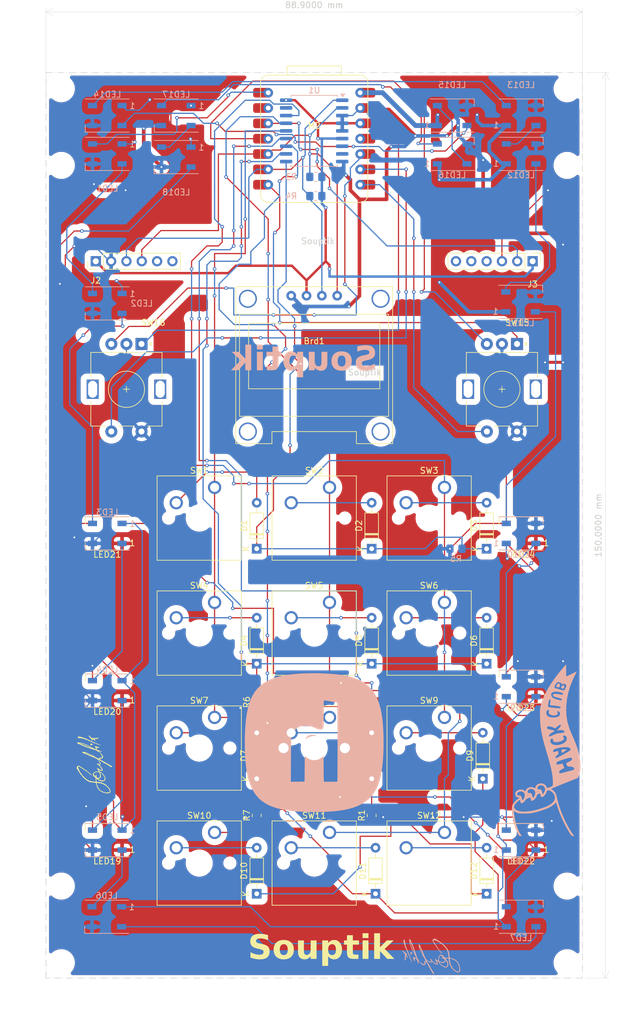
<source format=kicad_pcb>
(kicad_pcb (version 20240108) (generator "pcbnew") (generator_version "8.0")
  (layers (0 "F.Cu" signal) (31 "B.Cu" signal) (34 "B.Paste" user) (35 "F.Paste" user) (36 "B.SilkS" user "B.Silkscreen") (37 "F.SilkS" user "F.Silkscreen") (38 "B.Mask" user) (39 "F.Mask" user) (44 "Edge.Cuts" user))
  (net 0 "")
  (net 1 "GND")
  (net 2 "3.3V")
  (net 3 "SCL")
  (net 4 "SDA")
  (net 5 "Net-(D1-A)")
  (net 6 "R0")
  (net 7 "Net-(D2-A)")
  (net 8 "Net-(D3-A)")
  (net 9 "Net-(D4-A)")
  (net 10 "R1")
  (net 11 "Net-(D5-A)")
  (net 12 "Net-(D6-A)")
  (net 13 "Net-(D7-A)")
  (net 14 "R2")
  (net 15 "R3")
  (net 16 "Net-(D8-A)")
  (net 17 "Net-(D9-A)")
  (net 18 "Net-(D10-A)")
  (net 19 "Net-(D11-A)")
  (net 20 "Net-(D12-A)")
  (net 21 "5V")
  (net 22 "D2")
  (net 25 "RGB")
  (net 26 "Net-(LED1-DOUT)")
  (net 27 "Net-(LED2-DOUT)")
  (net 28 "Net-(LED3-DOUT)")
  (net 29 "DOUT0")
  (net 30 "Net-(LED5-DOUT)")
  (net 31 "Net-(LED6-DOUT)")
  (net 32 "Net-(LED7-DOUT)")
  (net 33 "DOUT1")
  (net 34 "Net-(LED10-DIN)")
  (net 35 "Net-(LED10-DOUT)")
  (net 36 "Net-(LED11-DOUT)")
  (net 37 "DOUT1-1")
  (net 38 "Net-(LED13-DOUT)")
  (net 39 "Net-(LED14-DOUT)")
  (net 40 "Net-(LED15-DOUT)")
  (net 41 "DOUT2")
  (net 42 "Net-(LED17-DOUT)")
  (net 43 "Net-(LED18-DOUT)")
  (net 44 "Net-(LED19-DOUT)")
  (net 45 "DOUT2-1")
  (net 46 "Net-(LED21-DOUT)")
  (net 47 "Net-(LED22-DOUT)")
  (net 48 "Net-(LED23-DOUT)")
  (net 50 "ENC_SW")
  (net 52 "ENC_B1")
  (net 53 "ENC_A1")
  (net 54 "ENC_B")
  (net 55 "ENC_A")
  (net 56 "ENC_SW1")
  (net 58 "C0")
  (net 59 "C1")
  (net 60 "C2")
  (footprint "" (layer "F.Cu") (at 168.91 55.88)
    (property "Reference" "")
    (property "Value" "")
  )
  (footprint "" (layer "F.Cu") (at 168.91 43.18)
    (property "Reference" "")
    (property "Value" "")
  )
  (footprint "Connector_PinHeader_2.54mm:PinHeader_1x06_P2.54mm_Vertical" (layer "F.Cu") (at 163.195 71.755 -90)
    (property "Reference" "J3")
    (property "Value" "DHT11")
  )
  (footprint "Button_Switch_Keyboard:SW_Cherry_MX_1.00u_PCB" (layer "F.Cu") (at 110.49 166.37)
    (property "Reference" "SW10")
    (property "Value" "SW_Push_45deg")
  )
  (footprint "LED_SMD:LED_WS2812B_PLCC4_5.0x5.0mm_P3.2mm" (layer "F.Cu") (at 161.29 116.84 180)
    (property "Reference" "LED24")
    (property "Value" "WS2812B")
  )
  (footprint "Diode_THT:D_DO-35_SOD27_P7.62mm_Horizontal" (layer "F.Cu") (at 117.475 157.48 90)
    (property "Reference" "D7")
    (property "Value" "D")
  )
  (footprint "" (layer "F.Cu") (at 168.91 187.96 180)
    (property "Reference" "")
    (property "Value" "")
  )
  (footprint "Resistor_SMD:R_0805_2012Metric_Pad1.20x1.40mm_HandSolder" (layer "F.Cu") (at 136.525 163.56 90)
    (property "Reference" "R1")
    (property "Value" "10K")
  )
  (footprint "Button_Switch_Keyboard:SW_Cherry_MX_1.00u_PCB" (layer "F.Cu") (at 148.59 109.22)
    (property "Reference" "SW3")
    (property "Value" "SW_Push_45deg")
  )
  (footprint "Connector_PinHeader_2.54mm:PinHeader_1x06_P2.54mm_Vertical" (layer "F.Cu") (at 90.805 71.755 90)
    (property "Reference" "J2")
    (property "Value" "VL53L0X ")
  )
  (footprint "" (layer "F.Cu") (at 85.09 187.96 180)
    (property "Reference" "")
    (property "Value" "")
  )
  (footprint "LED_SMD:LED_WS2812B_PLCC4_5.0x5.0mm_P3.2mm" (layer "F.Cu") (at 161.29 142.24 180)
    (property "Reference" "LED23")
    (property "Value" "WS2812B")
  )
  (footprint "Button_Switch_Keyboard:SW_Cherry_MX_1.00u_PCB" (layer "F.Cu") (at 129.54 128.27)
    (property "Reference" "SW5")
    (property "Value" "SW_Push_45deg")
  )
  (footprint "RP2040:RP2040" (layer "F.Cu") (at 118.11 62.008)
    (property "Reference" "M2")
    (property "Value" "MOUDLE-SEEEDUINO-XIAO")
  )
  (footprint "" (layer "F.Cu") (at 85.09 175.26 180)
    (property "Reference" "")
    (property "Value" "")
  )
  (footprint "LED_SMD:LED_WS2812B_PLCC4_5.0x5.0mm_P3.2mm" (layer "F.Cu") (at 161.29 167.64 180)
    (property "Reference" "LED22")
    (property "Value" "WS2812B")
  )
  (footprint "LED_SMD:LED_WS2812B_PLCC4_5.0x5.0mm_P3.2mm" (layer "F.Cu") (at 92.71 167.64 180)
    (property "Reference" "LED19")
    (property "Value" "WS2812B")
  )
  (footprint "Diode_THT:D_DO-35_SOD27_P7.62mm_Horizontal" (layer "F.Cu") (at 155.575 138.43 90)
    (property "Reference" "D6")
    (property "Value" "D")
  )
  (footprint "Diode_THT:D_DO-35_SOD27_P7.62mm_Horizontal" (layer "F.Cu") (at 154.94 157.48 90)
    (property "Reference" "D9")
    (property "Value" "D")
  )
  (footprint "Diode_THT:D_DO-35_SOD27_P7.62mm_Horizontal" (layer "F.Cu") (at 155.575 119.38 90)
    (property "Reference" "D3")
    (property "Value" "D")
  )
  (footprint "Diode_THT:D_DO-35_SOD27_P7.62mm_Horizontal" (layer "F.Cu") (at 117.475 176.53 90)
    (property "Reference" "D10")
    (property "Value" "D")
  )
  (footprint "LED_SMD:LED_WS2812B_PLCC4_5.0x5.0mm_P3.2mm" (layer "F.Cu") (at 92.71 142.875 180)
    (property "Reference" "LED20")
    (property "Value" "WS2812B")
  )
  (footprint "screen:SSD1306_0.96_Oled" (layer "F.Cu") (at 114 101.97)
    (property "Reference" "Brd1")
    (property "Value" "SSD1306")
  )
  (footprint "Resistor_SMD:R_0805_2012Metric_Pad1.20x1.40mm_HandSolder" (layer "F.Cu") (at 117.475 163.56 90)
    (property "Reference" "R7")
    (property "Value" "10K")
  )
  (footprint "Button_Switch_Keyboard:SW_Cherry_MX_1.00u_PCB" (layer "F.Cu") (at 129.54 109.22)
    (property "Reference" "SW2")
    (property "Value" "SW_Push_45deg")
  )
  (footprint "Rotary_Encoder:RotaryEncoder_Alps_EC11E-Switch_Vertical_H20mm" (layer "F.Cu") (at 98.385 85.46 -90)
    (property "Reference" "SW16")
    (property "Value" "RotaryEncoder_Switch")
  )
  (footprint "Button_Switch_Keyboard:SW_Cherry_MX_1.00u_PCB" (layer "F.Cu") (at 129.54 147.32)
    (property "Reference" "SW8")
    (property "Value" "SW_Push_45deg")
  )
  (footprint "LED_SMD:LED_WS2812B_PLCC4_5.0x5.0mm_P3.2mm" (layer "F.Cu") (at 92.71 116.84 180)
    (property "Reference" "LED21")
    (property "Value" "WS2812B")
  )
  (footprint "Button_Switch_Keyboard:SW_Cherry_MX_1.00u_PCB" (layer "F.Cu") (at 129.54 166.37)
    (property "Reference" "SW11")
    (property "Value" "SW_Push_45deg")
  )
  (footprint "Button_Switch_Keyboard:SW_Cherry_MX_1.00u_PCB" (layer "F.Cu") (at 148.59 128.27)
    (property "Reference" "SW6")
    (property "Value" "SW_Push_45deg")
  )
  (footprint "Diode_THT:D_DO-35_SOD27_P7.62mm_Horizontal" (layer "F.Cu") (at 136.525 157.48 90)
    (property "Reference" "D8")
    (property "Value" "D")
  )
  (footprint "Diode_THT:D_DO-35_SOD27_P7.62mm_Horizontal" (layer "F.Cu") (at 117.475 138.43 90)
    (property "Reference" "D4")
    (property "Value" "D")
  )
  (footprint "Button_Switch_Keyboard:SW_Cherry_MX_1.00u_PCB" (layer "F.Cu") (at 148.59 147.32)
    (property "Reference" "SW9")
    (property "Value" "SW_Push_45deg")
  )
  (footprint "Button_Switch_Keyboard:SW_Cherry_MX_1.00u_PCB" (layer "F.Cu") (at 148.59 166.37)
    (property "Reference" "SW12")
    (property "Value" "SW_Push_45deg")
  )
  (footprint "" (layer "F.Cu") (at 168.91 175.26 180)
    (property "Reference" "")
    (property "Value" "")
  )
  (footprint "Diode_THT:D_DO-35_SOD27_P7.62mm_Horizontal" (layer "F.Cu") (at 117.475 119.38 90)
    (property "Reference" "D1")
    (property "Value" "D")
  )
  (footprint "Button_Switch_Keyboard:SW_Cherry_MX_1.00u_PCB" (layer "F.Cu") (at 110.49 109.22)
    (property "Reference" "SW1")
    (property "Value" "SW_Push_45deg")
  )
  (footprint "Button_Switch_Keyboard:SW_Cherry_MX_1.00u_PCB" (layer "F.Cu") (at 110.49 128.27)
    (property "Reference" "SW4")
    (property "Value" "SW_Push_45deg")
  )
  (footprint "Diode_THT:D_DO-35_SOD27_P7.62mm_Horizontal" (layer "F.Cu") (at 155.575 176.53 90)
    (property "Reference" "D12")
    (property "Value" "D")
  )
  (footprint "Diode_THT:D_DO-35_SOD27_P7.62mm_Horizontal" (layer "F.Cu") (at 136.525 119.38 90)
    (property "Reference" "D2")
    (property "Value" "D")
  )
  (footprint "Resistor_SMD:R_0805_2012Metric_Pad1.20x1.40mm_HandSolder" (layer "F.Cu") (at 117.475 144.78 90)
    (property "Reference" "R6")
    (property "Value" "10K")
  )
  (footprint "Rotary_Encoder:RotaryEncoder_Alps_EC11E-Switch_Vertical_H20mm" (layer "F.Cu") (at 160.615 85.46 -90)
    (property "Reference" "SW15")
    (property "Value" "RotaryEncoder_Switch")
  )
  (footprint "kilibimg:souptikSign" (layer "F.Cu") (at 90.75 153.25 90)
    (property "Reference" "G***" (hide yes))
    (property "Value" "LOGO" (hide yes))
  )
  (footprint "" (layer "F.Cu") (at 85.09 43.18)
    (property "Reference" "")
    (property "Value" "")
  )
  (footprint "Diode_THT:D_DO-35_SOD27_P7.62mm_Horizontal" (layer "F.Cu") (at 136.525 138.43 90)
    (property "Reference" "D5")
    (property "Value" "D")
  )
  (footprint "" (layer "F.Cu") (at 85.09 55.88)
    (property "Reference" "")
    (property "Value" "")
  )
  (footprint "Button_Switch_Keyboard:SW_Cherry_MX_1.00u_PCB" (layer "F.Cu") (at 110.49 147.32)
    (property "Reference" "SW7")
    (property "Value" "SW_Push_45deg")
  )
  (footprint "Diode_THT:D_DO-35_SOD27_P7.62mm_Horizontal" (layer "F.Cu") (at 137.16 176.53 90)
    (property "Reference" "D11")
    (property "Value" "D")
  )
  (footprint "LED_SMD:LED_WS2812B_PLCC4_5.0x5.0mm_P3.2mm" (layer "B.Cu") (at 92.62 180.34 180)
    (property "Reference" "LED6")
    (property "Value" "WS2812B")
  )
  (footprint "Package_SO:SOIC-18W_7.5x11.6mm_P1.27mm" (layer "B.Cu") (at 127 50.165 180)
    (property "Reference" "U1")
    (property "Value" "MCP23008-xSO")
  )
  (footprint "LED_SMD:LED_WS2812B_PLCC4_5.0x5.0mm_P3.2mm" (layer "B.Cu") (at 149.86 47.625)
    (property "Reference" "LED15")
    (property "Value" "WS2812B")
  )
  (footprint "LED_SMD:LED_WS2812B_PLCC4_5.0x5.0mm_P3.2mm" (layer "B.Cu") (at 92.71 78.74 180)
    (property "Reference" "LED2")
    (property "Value" "WS2812B")
  )
  (footprint "LED_SMD:LED_WS2812B_PLCC4_5.0x5.0mm_P3.2mm" (layer "B.Cu") (at 104.14 54.5 180)
    (property "Reference" "LED18")
    (property "Value" "WS2812B")
  )
  (footprint "LED_SMD:LED_WS2812B_PLCC4_5.0x5.0mm_P3.2mm" (layer "B.Cu") (at 92.71 116.84 180)
    (property "Reference" "LED3")
    (property "Value" "WS2812B")
  )
  (footprint "LED_SMD:LED_WS2812B_PLCC4_5.0x5.0mm_P3.2mm" (layer "B.Cu") (at 161.29 142.24)
    (property "Reference" "LED9")
    (property "Value" "WS2812B")
  )
  (footprint "LED_SMD:LED_WS2812B_PLCC4_5.0x5.0mm_P3.2mm" (layer "B.Cu") (at 161.29 167.64)
    (property "Reference" "LED8")
    (property "Value" "WS2812B")
  )
  (footprint "Resistor_SMD:R_0805_2012Metric_Pad1.20x1.40mm_HandSolder" (layer "B.Cu") (at 150.495 119.38)
    (property "Reference" "R5")
    (property "Value" "10K")
  )
  (footprint "kilibimg:Hackclub_logo" (layer "B.Cu") (at 127 151.5 180)
    (property "Reference" "G***" (hide yes))
    (property "Value" "LOGO" (hide yes))
  )
  (footprint "kilibimg:souptikSign" (layer "B.Cu") (at 144.548474 187.078387 180)
    (property "Reference" "G***" (hide yes))
    (property "Value" "LOGO" (hide yes))
  )
  (footprint "LED_SMD:LED_WS2812B_PLCC4_5.0x5.0mm_P3.2mm" (layer "B.Cu") (at 161.29 116.84)
    (property "Reference" "LED10")
    (property "Value" "WS2812B")
  )
  (footprint "Resistor_SMD:R_0805_2012Metric_Pad1.20x1.40mm_HandSolder" (layer "B.Cu") (at 127.27 57.785 180)
    (property "Reference" "R3")
    (property "Value" "4.7K")
  )
  (footprint "LED_SMD:LED_WS2812B_PLCC4_5.0x5.0mm_P3.2mm" (layer "B.Cu") (at 92.71 142.875 180)
    (property "Reference" "LED4")
    (property "Value" "WS2812B")
  )
  (footprint "LED_SMD:LED_WS2812B_PLCC4_5.0x5.0mm_P3.2mm" (layer "B.Cu") (at 161.29 180.34)
    (property "Reference" "LED7")
    (property "Value" "WS2812B")
  )
  (footprint "LED_SMD:LED_WS2812B_PLCC4_5.0x5.0mm_P3.2mm" (layer "B.Cu") (at 92.71 53.975 180)
    (property "Reference" "LED1")
    (property "Value" "WS2812B")
  )
  (footprint "LED_SMD:LED_WS2812B_PLCC4_5.0x5.0mm_P3.2mm" (layer "B.Cu") (at 161.2 78.485)
    (property "Reference" "LED11")
    (property "Value" "WS2812B")
  )
  (footprint "LED_SMD:LED_WS2812B_PLCC4_5.0x5.0mm_P3.2mm" (layer "B.Cu") (at 161.29 53.975)
    (property "Reference" "LED12")
    (property "Value" "WS2812B")
  )
  (footprint "LED_SMD:LED_WS2812B_PLCC4_5.0x5.0mm_P3.2mm" (layer "B.Cu") (at 104.14 47.625 180)
    (property "Reference" "LED17")
    (property "Value" "WS2812B")
  )
  (footprint "kilibimg:HackclubFlag" (layer "B.Cu") (at 165.5 152.75 90)
    (property "Reference" "G***" (hide yes))
    (property "Value" "LOGO" (hide yes))
  )
  (footprint "LED_SMD:LED_WS2812B_PLCC4_5.0x5.0mm_P3.2mm" (layer "B.Cu") (at 92.71 47.625 180)
    (property "Reference" "LED14")
    (property "Value" "WS2812B")
  )
  (footprint "Resistor_SMD:R_0805_2012Metric_Pad1.20x1.40mm_HandSolder" (layer "B.Cu") (at 127.27 60.96 180)
    (property "Reference" "R4")
    (property "Value" "4.7K")
  )
  (footprint "LED_SMD:LED_WS2812B_PLCC4_5.0x5.0mm_P3.2mm" (layer "B.Cu") (at 149.86 53.975)
    (property "Reference" "LED16")
    (property "Value" "WS2812B")
  )
  (footprint "LED_SMD:LED_WS2812B_PLCC4_5.0x5.0mm_P3.2mm" (layer "B.Cu") (at 92.71 167.64 180)
    (property "Reference" "LED5")
    (property "Value" "WS2812B")
  )
  (footprint "LED_SMD:LED_WS2812B_PLCC4_5.0x5.0mm_P3.2mm" (layer "B.Cu") (at 161.29 47.625)
    (property "Reference" "LED13")
    (property "Value" "WS2812B")
  )
  (gr_rect (start 82.55 40.5) (end 171.45 190.5) (stroke (width 0.1) (type dash_dot)) (fill none) (layer "Edge.Cuts"))
  (gr_text "Souptik" (at 137.5 90.5 -0) (layer "B.SilkS") (effects (font (size 4 4)) (justify left bottom mirror)))
  (gr_text "Souptik" (at 116 188 0) (layer "F.SilkS") (effects (font (size 4 4)) (justify left bottom)))
  (gr_text "Souptik\n" (at 124.75 69 0) (layer "Edge.Cuts") (effects (font (size 1 1)) (justify left bottom)))
  (gr_text "Souptik\n" (at 132.5 90.75 0) (layer "Edge.Cuts") (effects (font (size 1 1)) (justify left bottom)))
  (dimension (type aligned) (layer "Edge.Cuts") (pts (xy 82.55 46.99) (xy 171.45 46.99)) (height -16.51) (gr_text "88.9000 mm" (at 127 29.33 0) (layer "Edge.Cuts") (effects (font (size 1 1) (thickness 0.15)))) (format (prefix "") (suffix "") (units 3) (units_format 1) (precision 4)) (style (thickness 0.05) (arrow_length 1.27) (text_position_mode 0) (extension_height 0.58642) (extension_offset 0.5) keep_text_aligned))
  (dimension (type aligned) (layer "Edge.Cuts") (pts (xy 171.45 40.5) (xy 171.45 190.5)) (height -3.81) (gr_text "150.0000 mm" (at 174.11 115.5 90) (layer "Edge.Cuts") (effects (font (size 1 1) (thickness 0.15)))) (format (prefix "") (suffix "") (units 3) (units_format 1) (precision 4)) (style (thickness 0.05) (arrow_length 1.27) (text_position_mode 0) (extension_height 0.58642) (extension_offset 0.5) keep_text_aligned))
  (segment (start 98.75 53.21) (end 101.69 56.15) (width 0.6) (layer "F.Cu") (net 1))
  (segment (start 158.115 163.83) (end 160.02 163.83) (width 0.2) (layer "F.Cu") (net 1))
  (segment (start 90.26 163.09) (end 89.21 162.04) (width 0.2) (layer "F.Cu") (net 1))
  (segment (start 132.25 57.5) (end 133 58.25) (width 0.6) (layer "F.Cu") (net 1))
  (segment (start 133 58.25) (end 133 60) (width 0.6) (layer "F.Cu") (net 1))
  (segment (start 157.615 67.135) (end 158.115 67.635) (width 0.6) (layer "F.Cu") (net 1))
  (segment (start 158.115 67.635) (end 165.5 60.25) (width 0.2) (layer "F.Cu") (net 1))
  (segment (start 91.52 60) (end 95.75 60) (width 0.6) (layer "F.Cu") (net 1))
  (segment (start 139 61.5) (end 139 53.5) (width 0.6) (layer "F.Cu") (net 1))
  (segment (start 90.26 138.76) (end 90.26 141.225) (width 0.2) (layer "F.Cu") (net 1))
  (segment (start 85.75 74.6) (end 84.85 75.5) (width 0.2) (layer "F.Cu") (net 1))
  (segment (start 166.385 67.135) (end 168.25 69) (width 0.6) (layer "F.Cu") (net 1))
  (segment (start 114.78 145.78) (end 114.75 145.75) (width 0.2) (layer "F.Cu") (net 1))
  (segment (start 139.377 46.627) (end 143.75 51) (width 0.6) (layer "F.Cu") (net 1))
  (segment (start 157.615 67.135) (end 166.385 67.135) (width 0.6) (layer "F.Cu") (net 1))
  (segment (start 165.735 163.83) (end 166.37 164.465) (width 0.2) (layer "F.Cu") (net 1))
  (segment (start 149 51) (end 150.75 49.25) (width 0.6) (layer "F.Cu") (net 1))
  (segment (start 158.115 163.83) (end 158.84 164.555) (width 0.2) (layer "F.Cu") (net 1))
  (segment (start 87.25 69.25) (end 85.75 70.75) (width 0.2) (layer "F.Cu") (net 1))
  (segment (start 87.25 115.19) (end 90.26 115.19) (width 0.2) (layer "F.Cu") (net 1))
  (segment (start 117.475 145.78) (end 114.78 145.78) (width 0.2) (layer "F.Cu") (net 1))
  (segment (start 165.25 88.5) (end 168.25 88.5) (width 0.5) (layer "F.Cu") (net 1))
  (segment (start 116.06 164.56) (end 117.475 164.56) (width 0.2) (layer "F.Cu") (net 1))
  (segment (start 98.75 49.75) (end 98.75 53.21) (width 0.6) (layer "F.Cu") (net 1))
  (segment (start 158.84 164.555) (end 158.84 165.99) (width 0.2) (layer "F.Cu") (net 1))
  (segment (start 153.685 115.19) (end 149.495 119.38) (width 0.2) (layer "F.Cu") (net 1))
  (segment (start 155 55) (end 155 64.52) (width 0.6) (layer "F.Cu") (net 1))
  (segment (start 90.25 138.75) (end 90.26 138.76) (width 0.2) (layer "F.Cu") (net 1))
  (segment (start 146.685 163.83) (end 151.765 163.83) (width 0.2) (layer "F.Cu") (net 1))
  (segment (start 158.84 101.735) (end 160.615 99.96) (width 0.2) (layer "F.Cu") (net 1))
  (segment (start 115.5 164) (end 116.06 164.56) (width 0.2) (layer "F.Cu") (net 1))
  (segment (start 134.5 61.5) (end 134.5 77.5) (width 0.6) (layer "F.Cu") (net 1))
  (segment (start 87.25 117.5) (end 87.25 115.19) (width 0.2) (layer "F.Cu") (net 1))
  (segment (start 134.5 77.5) (end 132.75 79.25) (width 0.6) (layer "F.Cu") (net 1))
  (segment (start 165.5 60.25) (end 165.75 60) (width 0.2) (layer "F.Cu") (net 1))
  (segment (start 85.75 70.75) (end 85.75 74.6) (width 0.2) (layer "F.Cu") (net 1))
  (segment (start 134.8675 46.627) (end 139.377 46.627) (width 0.6) (layer "F.Cu") (net 1))
  (segment (start 158.84 139.91) (end 160.75 138) (width 0.2) (layer "F.Cu") (net 1))
  (segment (start 137.7 164.56) (end 138.43 163.83) (width 0.2) (layer "F.Cu") (net 1))
  (segment (start 158.115 71.755) (end 158.115 67.635) (width 0.2) (layer "F.Cu") (net 1))
  (segment (start 150.75 49.25) (end 150.85 49.25) (width 0.6) (layer "F.Cu") (net 1))
  (segment (start 133 60) (end 134.5 61.5) (width 0.6) (layer "F.Cu") (net 1))
  (segment (start 155 64.52) (end 157.615 67.135) (width 0.6) (layer "F.Cu") (net 1))
  (segment (start 90.5 58.98) (end 91.52 60) (width 0.6) (layer "F.Cu") (net 1))
  (segment (start 134.5 61.5) (end 136.25 61.5) (width 0.6) (layer "F.Cu") (net 1))
  (segment (start 158.84 115.19) (end 158.84 101.735) (width 0.2) (layer "F.Cu") (net 1))
  (segment (start 136.25 61.5) (end 139 61.5) (width 0.6) (layer "F.Cu") (net 1))
  (segment (start 158.84 115.19) (end 153.685 115.19) (width 0.2) (layer "F.Cu") (net 1))
  (segment (start 158.84 140.59) (end 158.84 139.91) (width 0.2) (layer "F.Cu") (net 1))
  (segment (start 160.02 163.83) (end 165.735 163.83) (width 0.2) (layer "F.Cu") (net 1))
  (segment (start 136.525 164.56) (end 137.7 164.56) (width 0.2) (layer "F.Cu") (net 1))
  (segment (start 139 53.5) (end 139.75 52.75) (width 0.6) (layer "F.Cu") (net 1))
  (segment (start 90.26 165.99) (end 90.26 163.09) (width 0.2) (layer "F.Cu") (net 1))
  (via (at 168.25 138) (size 0.6) (drill 0.3) (layers "F.Cu" "B.Cu") (net 1))
  (via (at 150.85 49.25) (size 0.6) (drill 0.3) (layers "F.Cu" "B.Cu") (net 1))
  (via (at 90.25 138.75) (size 0.6) (drill 0.3) (layers "F.Cu" "B.Cu") (net 1))
  (via (at 132.75 79.25) (size 0.6) (drill 0.3) (layers "F.Cu" "B.Cu") (net 1))
  (via (at 155 55) (size 0.6) (drill 0.3) (layers "F.Cu" "B.Cu") (net 1))
  (via (at 114.75 145.75) (size 0.6) (drill 0.3) (layers "F.Cu" "B.Cu") (net 1))
  (via (at 168.25 88.5) (size 0.6) (drill 0.3) (layers "F.Cu" "B.Cu") (net 1))
  (via (at 89.21 162.04) (size 0.6) (drill 0.3) (layers "F.Cu" "B.Cu") (net 1))
  (via (at 166.37 164.465) (size 0.6) (drill 0.3) (layers "F.Cu" "B.Cu") (net 1))
  (via (at 158.115 163.83) (size 0.6) (drill 0.3) (layers "F.Cu" "B.Cu") (net 1))
  (via (at 87.25 69.25) (size 0.6) (drill 0.3) (layers "F.Cu" "B.Cu") (net 1))
  (via (at 160.75 138) (size 0.6) (drill 0.3) (layers "F.Cu" "B.Cu") (net 1))
  (via (at 151.765 163.83) (size 0.6) (drill 0.3) (layers "F.Cu" "B.Cu") (net 1))
  (via (at 146.685 163.83) (size 0.6) (drill 0.3) (layers "F.Cu" "B.Cu") (net 1))
  (via (at 165.25 88.5) (size 0.6) (drill 0.3) (layers "F.Cu" "B.Cu") (net 1))
  (via (at 98.75 49.75) (size 0.6) (drill 0.3) (layers "F.Cu" "B.Cu") (net 1))
  (via (at 84.85 75.5) (size 0.6) (drill 0.3) (layers "F.Cu" "B.Cu") (net 1))
  (via (at 90.5 58.98) (size 0.6) (drill 0.3) (layers "F.Cu" "B.Cu") (net 1))
  (via (at 165.75 60) (size 0.6) (drill 0.3) (layers "F.Cu" "B.Cu") (net 1))
  (via (at 95.75 60) (size 0.6) (drill 0.3) (layers "F.Cu" "B.Cu") (net 1))
  (via (at 149 51) (size 0.6) (drill 0.3) (layers "F.Cu" "B.Cu") (net 1))
  (via (at 139.75 52.75) (size 0.6) (drill 0.3) (layers "F.Cu" "B.Cu") (net 1))
  (via (at 168.25 69) (size 0.6) (drill 0.3) (layers "F.Cu" "B.Cu") (net 1))
  (via (at 115.5 164) (size 0.6) (drill 0.3) (layers "F.Cu" "B.Cu") (net 1))
  (via (at 101.69 56.15) (size 0.6) (drill 0.3) (layers "F.Cu" "B.Cu") (net 1))
  (via (at 138.43 163.83) (size 0.6) (drill 0.3) (layers "F.Cu" "B.Cu") (net 1))
  (via (at 143.75 51) (size 0.6) (drill 0.3) (layers "F.Cu" "B.Cu") (net 1))
  (via (at 149.495 119.38) (size 0.6) (drill 0.3) (layers "F.Cu" "B.Cu") (net 1))
  (via (at 87.25 117.5) (size 0.6) (drill 0.3) (layers "F.Cu" "B.Cu") (net 1))
  (via (at 132.25 57.5) (size 0.6) (drill 0.3) (layers "F.Cu" "B.Cu") (net 1))
  (segment (start 86.75 51.25) (end 86.75 53.5) (width 0.6) (layer "B.Cu") (net 1))
  (segment (start 166.25 187.5) (end 89.25 187.5) (width 0.6) (layer "B.Cu") (net 1))
  (segment (start 86.75 168.5) (end 87.54 169.29) (width 0.2) (layer "B.Cu") (net 1))
  (segment (start 166.25 182) (end 166.25 187.5) (width 0.6) (layer "B.Cu") (net 1))
  (segment (start 158.75 88.5) (end 165.25 88.5) (width 0.5) (layer "B.Cu") (net 1))
  (segment (start 90.26 134.24) (end 87.75 136.75) (width 0.2) (layer "B.Cu") (net 1))
  (segment (start 90.5 58.98) (end 90.26 58.74) (width 0.6) (layer "B.Cu") (net 1))
  (segment (start 168.25 69) (end 168.25 88.5) (width 0.6) (layer "B.Cu") (net 1))
  (segment (start 93 105.345) (end 98.385 99.96) (width 0.2) (layer "B.Cu") (net 1))
  (segment (start 165.575 52.325) (end 163.74 52.325) (width 0.2) (layer "B.Cu") (net 1))
  (segment (start 101.69 56.15) (end 99.6 56.15) (width 0.6) (layer "B.Cu") (net 1))
  (segment (start 124.97 79.25) (end 123.19 77.47) (width 0.6) (layer "B.Cu") (net 1))
  (segment (start 152.56 46.225) (end 151.025 46.225) (width 0.6) (layer "B.Cu") (net 1))
  (segment (start 166.37 165.735) (end 166.115 165.99) (width 0.2) (layer "B.Cu") (net 1))
  (segment (start 166.37 164.465) (end 166.37 165.735) (width 0.2) (layer "B.Cu") (net 1))
  (segment (start 168.25 179.25) (end 168.25 180) (width 0.6) (layer "B.Cu") (net 1))
  (segment (start 170 146) (end 170 167.75) (width 0.6) (layer "B.Cu") (net 1))
  (segment (start 87.75 136.75) (end 87.75 142.015) (width 0.2) (layer "B.Cu") (net 1))
  (segment (start 151.025 46.225) (end 150.5 46.75) (width 0.6) (layer "B.Cu") (net 1))
  (segment (start 85 183.25) (end 85 180) (width 0.6) (layer "B.Cu") (net 1))
  (segment (start 90.26 118.49) (end 93 115.75) (width 0.2) (layer "B.Cu") (net 1))
  (segment (start 150.85 48.35) (end 150.85 49.25) (width 0.6) (layer "B.Cu") (net 1))
  (segment (start 90.26 118.49) (end 90.26 134.24) (width 0.2) (layer "B.Cu") (net 1))
  (segment (start 88.875 55.625) (end 90.26 55.625) (width 0.6) (layer "B.Cu") (net 1))
  (segment (start 158.115 85.46) (end 158.115 87.865) (width 0.5) (layer "B.Cu") (net 1))
  (segment (start 132 57.25) (end 132.25 57.5) (width 0.6) (layer "B.Cu") (net 1))
  (segment (start 88.52 58.98) (end 90.5 58.98) (width 0.6) (layer "B.Cu") (net 1))
  (segment (start 168.25 144.25) (end 170 146) (width 0.6) (layer "B.Cu") (net 1))
  (segment (start 158.115 87.865) (end 158.75 88.5) (width 0.5) (layer "B.Cu") (net 1))
  (segment (start 84.75 62.75) (end 88.52 58.98) (width 0.6) (layer "B.Cu") (net 1))
  (segment (start 165.5 172.25) (end 165.5 176.5) (width 0.6) (layer "B.Cu") (net 1))
  (segment (start 88.725 49.275) (end 86.75 51.25) (width 0.6) (layer "B.Cu") (net 1))
  (segment (start 90.26 58.74) (end 90.26 55.625) (width 0.6) (layer "B.Cu") (net 1))
  (segment (start 93.345 72.425) (end 93.345 71.995) (width 0.2) (layer "B.Cu") (net 1))
  (segment (start 85 180) (end 89.5 175.5) (width 0.6) (layer "B.Cu") (net 1))
  (segment (start 87.25 117.5) (end 87.25 118.49) (width 0.2) (layer "B.Cu") (net 1))
  (segment (start 156.845 163.83) (end 158.115 163.83) (width 0.2) (layer "B.Cu") (net 1))
  (segment (start 131.9 57.15) (end 132 57.25) (width 0.6) (layer "B.Cu") (net 1))
  (segment (start 95.885 85.46) (end 95.885 86.995) (width 0.2) (layer "B.Cu") (net 1))
  (segment (start 114.75 163.25) (end 115.5 164) (width 0.2) (layer "B.Cu") (net 1))
  (segment (start 89.21 162.04) (end 86.75 164.5) (width 0.2) (layer "B.Cu") (net 1))
  (segment (start 90.26 138.74) (end 90.25 138.75) (width 0.2) (layer "B.Cu") (net 1))
  (segment (start 87.25 118.49) (end 90.26 118.49) (width 0.2) (layer "B.Cu") (net 1))
  (segment (start 160.75 138) (end 168.25 138) (width 0.2) (layer "B.Cu") (net 1))
  (segment (start 99.6 56.15) (end 95.75 60) (width 0.6) (layer "B.Cu") (net 1))
  (segment (start 87.54 169.29) (end 90.26 169.29) (width 0.2) (layer "B.Cu") (net 1))
  (segment (start 90.26 88.9) (end 90.26 80.39) (width 0.2) (layer "B.Cu") (net 1))
  (segment (start 101.69 49.275) (end 99.225 49.275) (width 0.6) (layer "B.Cu") (net 1))
  (segment (start 150.5 46.75) (end 150.5 48) (width 0.6) (layer "B.Cu") (net 1))
  (segment (start 165.75 52.5) (end 165.575 52.325) (width 0.2) (layer "B.Cu") (net 1))
  (segment (start 87.75 142.015) (end 90.26 144.525) (width 0.2) (layer "B.Cu") (net 1))
  (segment (start 131.65 47.625) (end 133.3695 47.625) (width 0.2) (layer "B.Cu") (net 1))
  (segment (start 151.765 163.83) (end 156.845 163.83) (width 0.2) (layer "B.Cu") (net 1))
  (segment (start 150.85 50.865) (end 151.7425 51.7575) (width 0.6) (layer "B.Cu") (net 1))
  (segment (start 168.25 138) (end 168.25 144.25) (width 0.6) (layer "B.Cu") (net 1))
  (segment (start 89.21 145.575) (end 89.21 162.04) (width 0.2) (layer "B.Cu") (net 1))
  (segment (start 89.5 175) (end 84.75 170.25) (width 0.6) (layer "B.Cu") (net 1))
  (segment (start 99.225 49.275) (end 98.75 49.75) (width 0.6) (layer "B.Cu") (net 1))
  (segment (start 139.75 52.75) (end 142 52.75) (width 0.6) (layer "B.Cu") (net 1))
  (segment (start 166.115 165.99) (end 163.74 165.99) (width 0.2) (layer "B.Cu") (net 1))
  (segment (start 138.43 163.83) (end 146.685 163.83) (width 0.2) (layer "B.Cu") (net 1))
  (segment (start 131.9 55.495) (end 131.9 57.15) (width 0.6) (layer "B.Cu") (net 1))
  (segment (start 168.25 180) (end 166.25 182) (width 0.6) (layer "B.Cu") (net 1))
  (segment (start 133.3695 47.625) (end 134.6175 46.377) (width 0.2) (layer "B.Cu") (net 1))
  (segment (start 150.85 49.25) (end 150.85 50.865) (width 0.6) (layer "B.Cu") (net 1))
  (segment (start 149 51) (end 143.75 51) (width 0.6) (layer "B.Cu") (net 1))
  (segment (start 89.5 175.5) (end 89.5 175) (width 0.6) (layer "B.Cu") (net 1))
  (segment (start 93.345 71.755) (end 93.345 72.425) (width 0.2) (layer "B.Cu") (net 1))
  (segment (start 86.75 164.5) (end 86.75 168.5) (width 0.2) (layer "B.Cu") (net 1))
  (segment (start 154.985 55) (end 155 55) (width 0.6) (layer "B.Cu") (net 1))
  (segment (start 93.98 88.9) (end 90.26 88.9) (width 0.2) (layer "B.Cu") (net 1))
  (segment (start 165.5 176.5) (end 168.25 179.25) (width 0.6) (layer "B.Cu") (net 1))
  (segment (start 131.65 47.625) (end 131.65 50.165) (width 0.2) (layer "B.Cu") (net 1))
  (segment (start 131.65 48.895) (end 131.65 50.165) (width 0.2) (layer "B.Cu") (net 1))
  (segment (start 93 115.75) (end 93 105.345) (width 0.2) (layer "B.Cu") (net 1))
  (segment (start 90.26 144.525) (end 89.21 145.575) (width 0.2) (layer "B.Cu") (net 1))
  (segment (start 90.26 49.275) (end 88.725 49.275) (width 0.6) (layer "B.Cu") (net 1))
  (segment (start 95.885 86.995) (end 93.98 88.9) (width 0.2) (layer "B.Cu") (net 1))
  (segment (start 93.345 71.995) (end 90.6 69.25) (width 0.2) (layer "B.Cu") (net 1))
  (segment (start 90.6 69.25) (end 87.25 69.25) (width 0.2) (layer "B.Cu") (net 1))
  (segment (start 86.75 53.5) (end 88.875 55.625) (width 0.6) (layer "B.Cu") (net 1))
  (segment (start 165.75 60) (end 165.75 52.5) (width 0.2) (layer "B.Cu") (net 1))
  (segment (start 90.26 118.49) (end 90.26 138.74) (width 0.2) (layer "B.Cu") (net 1))
  (segment (start 131.65 48.895) (end 131.65 47.625) (width 0.2) (layer "B.Cu") (net 1))
  (segment (start 84.75 170.25) (end 84.75 62.75) (width 0.6) (layer "B.Cu") (net 1))
  (segment (start 151.7425 51.7575) (end 154.985 55) (width 0.6) (layer "B.Cu") (net 1))
  (segment (start 150.5 48) (end 150.85 48.35) (width 0.6) (layer "B.Cu") (net 1))
  (segment (start 132.75 79.25) (end 124.97 79.25) (width 0.6) (layer "B.Cu") (net 1))
  (segment (start 142 52.75) (end 143.75 51) (width 0.6) (layer "B.Cu") (net 1))
  (segment (start 89.25 187.5) (end 85 183.25) (width 0.6) (layer "B.Cu") (net 1))
  (segment (start 170 167.75) (end 165.5 172.25) (width 0.6) (layer "B.Cu") (net 1))
  (segment (start 168.25 88.5) (end 168.25 138) (width 0.6) (layer "B.Cu") (net 1))
  (segment (start 114.75 145.75) (end 114.75 163.25) (width 0.2) (layer "B.Cu") (net 1))
  (segment (start 125.73 74.93) (end 123.3 72.5) (width 0.4) (layer "F.Cu") (net 2))
  (segment (start 128.905 71.755) (end 125.73 74.93) (width 0.4) (layer "F.Cu") (net 2))
  (segment (start 128.905 62.865) (end 128.905 71.755) (width 0.4) (layer "F.Cu") (net 2))
  (segment (start 112.777475 73.725) (end 92.775 73.725) (width 0.4) (layer "F.Cu") (net 2))
  (segment (start 127.635 51.435) (end 127.635 48.895) (width 0.4) (layer "F.Cu") (net 2))
  (segment (start 127.635 48.895) (end 134.5955 48.895) (width 0.4) (layer "F.Cu") (net 2))
  (segment (start 114.002475 72.5) (end 112.777475 73.725) (width 0.4) (layer "F.Cu") (net 2))
  (segment (start 123.3 72.5) (end 114.002475 72.5) (width 0.4) (layer "F.Cu") (net 2))
  (segment (start 125.73 74.93) (end 125.73 77.47) (width 0.4) (layer "F.Cu") (net 2))
  (segment (start 92.775 73.725) (end 90.805 71.755) (width 0.4) (layer "F.Cu") (net 2))
  (segment (start 128.905 71.755) (end 129.54 72.39) (width 0.4) (layer "F.Cu") (net 2))
  (segment (start 127.635 48.895) (end 123.825 45.085) (width 0.4) (layer "F.Cu") (net 2))
  (segment (start 134.5955 48.895) (end 134.6175 48.917) (width 0.4) (layer "F.Cu") (net 2))
  (segment (start 123.825 45.085) (end 122.35 45.085) (width 0.4) (layer "F.Cu") (net 2))
  (segment (start 129.54 72.39) (end 129.54 73.025) (width 0.4) (layer "F.Cu") (net 2))
  (via (at 127.635 51.435) (size 0.6) (drill 0.3) (layers "F.Cu" "B.Cu") (net 2))
  (via (at 128.905 62.865) (size 0.6) (drill 0.3) (layers "F.Cu" "B.Cu") (net 2))
  (via (at 129.54 73.025) (size 0.6) (drill 0.3) (layers "F.Cu" "B.Cu") (net 2))
  (via (at 122.35 45.085) (size 0.6) (drill 0.3) (layers "F.Cu" "B.Cu") (net 2))
  (segment (start 128.27 62.23) (end 128.905 62.865) (width 0.4) (layer "B.Cu") (net 2))
  (segment (start 128.27 60.96) (end 128.27 57.785) (width 0.4) (layer "B.Cu") (net 2))
  (segment (start 128.27 60.96) (end 128.27 62.23) (width 0.4) (layer "B.Cu") (net 2))
  (segment (start 127.635 51.435) (end 128.27 51.435) (width 0.4) (layer "B.Cu") (net 2))
  (segment (start 163.195 73.025) (end 163.195 71.755) (width 0.4) (layer "B.Cu") (net 2))
  (segment (start 129.54 73.025) (end 129.54 74.295) (width 0.4) (layer "B.Cu") (net 2))
  (segment (start 128.27 57.785) (end 128.27 51.435) (width 0.4) (layer "B.Cu") (net 2))
  (segment (start 161.925 74.295) (end 163.195 73.025) (width 0.4) (layer "B.Cu") (net 2))
  (segment (start 129.54 74.295) (end 161.925 74.295) (width 0.4) (layer "B.Cu") (net 2))
  (segment (start 128.27 51.435) (end 131.65 51.435) (width 0.4) (layer "B.Cu") (net 2))
  (segment (start 119.3825 56.537) (end 123.168 56.537) (width 0.2) (layer "F.Cu") (net 3))
  (segment (start 123.168 56.537) (end 125.095 54.61) (width 0.2) (layer "F.Cu") (net 3))
  (via (at 125.095 54.61) (size 0.6) (drill 0.3) (layers "F.Cu" "B.Cu") (net 3))
  (segment (start 95.885 71.755) (end 95.885 69.85) (width 0.2) (layer "B.Cu") (net 3))
  (segment (start 117.463 56.537) (end 119.3825 56.537) (width 0.2) (layer "B.Cu") (net 3))
  (segment (start 128.27 63.5) (end 128.27 77.47) (width 0.2) (layer "B.Cu") (net 3))
  (segment (start 116.055 67.945) (end 116.17 67.83) (width 0.2) (layer "B.Cu") (net 3))
  (segment (start 126.27 61.5) (end 128.27 63.5) (width 0.2) (layer "B.Cu") (net 3))
  (segment (start 116.17 57.83) (end 117.463 56.537) (width 0.2) (layer "B.Cu") (net 3))
  (segment (start 125.5 54.205) (end 125.5 49.76) (width 0.2) (layer "B.Cu") (net 3))
  (segment (start 125.095 59.785) (end 125.095 54.61) (width 0.2) (layer "B.Cu") (net 3))
  (segment (start 125.095 54.61) (end 125.5 54.205) (width 0.2) (layer "B.Cu") (net 3))
  (segment (start 126.27 60.96) (end 126.27 61.5) (width 0.2) (layer "B.Cu") (net 3))
  (segment (start 116.17 67.83) (end 116.17 57.83) (width 0.2) (layer "B.Cu") (net 3))
  (segment (start 126.27 60.96) (end 125.095 59.785) (width 0.2) (layer "B.Cu") (net 3))
  (segment (start 97.79 67.945) (end 116.055 67.945) (width 0.2) (layer "B.Cu") (net 3))
  (segment (start 130.175 45.085) (end 131.65 45.085) (width 0.2) (layer "B.Cu") (net 3))
  (segment (start 125.5 49.76) (end 130.175 45.085) (width 0.2) (layer "B.Cu") (net 3))
  (segment (start 95.885 69.85) (end 97.79 67.945) (width 0.2) (layer "B.Cu") (net 3))
  (segment (start 98.425 69.85) (end 101.6 66.675) (width 0.2) (layer "F.Cu") (net 4))
  (segment (start 126.27 53.975) (end 127.635 53.975) (width 0.2) (layer "F.Cu") (net 4))
  (segment (start 127.635 53.975) (end 130.81 57.15) (width 0.2) (layer "F.Cu") (net 4))
  (segment (start 111.125 66.675) (end 111.125 53.997) (width 0.2) (layer "F.Cu") (net 4))
  (segment (start 98.425 71.755) (end 98.425 69.85) (width 0.2) (layer "F.Cu") (net 4))
  (segment (start 121.41 53.34) (end 123.855 50.895) (width 0.2) (layer "F.Cu") (net 4))
  (segment (start 130.81 57.15) (end 130.81 77.47) (width 0.2) (layer "F.Cu") (net 4))
  (segment (start 101.6 66.675) (end 111.125 66.675) (width 0.2) (layer "F.Cu") (net 4))
  (segment (start 123.855 50.895) (end 126.27 50.895) (width 0.2) (layer "F.Cu") (net 4))
  (segment (start 120.0395 53.34) (end 121.41 53.34) (width 0.2) (layer "F.Cu") (net 4))
  (segment (start 111.125 53.997) (end 119.3825 53.997) (width 0.2) (layer "F.Cu") (net 4))
  (segment (start 119.3825 53.997) (end 120.0395 53.34) (width 0.2) (layer "F.Cu") (net 4))
  (via (at 126.27 50.895) (size 0.6) (drill 0.3) (layers "F.Cu" "B.Cu") (net 4))
  (via (at 126.27 53.975) (size 0.6) (drill 0.3) (layers "F.Cu" "B.Cu") (net 4))
  (segment (start 131.65 46.355) (end 130.81 46.355) (width 0.2) (layer "B.Cu") (net 4))
  (segment (start 126.27 53.975) (end 126.27 57.785) (width 0.2) (layer "B.Cu") (net 4))
  (segment (start 126.27 50.895) (end 126.27 57.785) (width 0.2) (layer "B.Cu") (net 4))
  (segment (start 130.81 46.355) (end 126.27 50.895) (width 0.2) (layer "B.Cu") (net 4))
  (segment (start 111.76 106.68) (end 117.475 106.68) (width 0.2) (layer "F.Cu") (net 5))
  (segment (start 117.475 106.68) (end 117.475 111.76) (width 0.2) (layer "F.Cu") (net 5))
  (segment (start 104.14 111.76) (end 105.41 110.49) (width 0.2) (layer "F.Cu") (net 5))
  (segment (start 105.41 110.49) (end 109.22 106.68) (width 0.2) (layer "F.Cu") (net 5))
  (via (at 109.22 106.68) (size 0.6) (drill 0.3) (layers "F.Cu" "B.Cu") (net 5))
  (via (at 111.76 106.68) (size 0.6) (drill 0.3) (layers "F.Cu" "B.Cu") (net 5))
  (segment (start 109.22 106.68) (end 111.76 106.68) (width 0.2) (layer "B.Cu") (net 5))
  (segment (start 123.75 87.75) (end 124.75 88.75) (width 0.2) (layer "F.Cu") (net 6))
  (segment (start 120.25 113) (end 117.475 115.775) (width 0.2) (layer "F.Cu") (net 6))
  (segment (start 123 105.25) (end 120.25 108) (width 0.2) (layer "F.Cu") (net 6))
  (segment (start 117.475 115.775) (end 117.475 119.38) (width 0.2) (layer "F.Cu") (net 6))
  (segment (start 120.25 108) (end 120.25 113) (width 0.2) (layer "F.Cu") (net 6))
  (segment (start 123 102.25) (end 123 105.25) (width 0.2) (layer "F.Cu") (net 6))
  (segment (start 123.75 82.515) (end 123.75 87.75) (width 0.2) (layer "F.Cu") (net 6))
  (via (at 123.75 82.515) (size 0.6) (drill 0.3) (layers "F.Cu" "B.Cu") (net 6))
  (via (at 123 102.25) (size 0.6) (drill 0.3) (layers "F.Cu" "B.Cu") (net 6))
  (via (at 124.75 88.75) (size 0.6) (drill 0.3) (layers "F.Cu" "B.Cu") (net 6))
  (segment (start 151.495 117.475) (end 151.495 119.38) (width 0.2) (layer "B.Cu") (net 6))
  (segment (start 123.75 81.25) (end 123.75 82.515) (width 0.2) (layer "B.Cu") (net 6))
  (segment (start 122.25 79.75) (end 123.75 81.25) (width 0.2) (layer "B.Cu") (net 6))
  (segment (start 136.525 119.38) (end 145.415 119.38) (width 0.2) (layer "B.Cu") (net 6))
  (segment (start 123 90.5) (end 124.75 88.75) (width 0.2) (layer "B.Cu") (net 6))
  (segment (start 147.32 117.475) (end 151.495 117.475) (width 0.2) (layer "B.Cu") (net 6))
  (segment (start 123 102.25) (end 123 90.5) (width 0.2) (layer "B.Cu") (net 6))
  (segment (start 145.415 119.38) (end 147.32 117.475) (width 0.2) (layer "B.Cu") (net 6))
  (segment (start 117.475 119.38) (end 136.525 119.38) (width 0.2) (layer "B.Cu") (net 6))
  (segment (start 121 78.5) (end 122.25 79.75) (width 0.2) (layer "B.Cu") (net 6))
  (segment (start 122.35 75.15) (end 121 76.5) (width 0.2) (layer "B.Cu") (net 6))
  (segment (start 122.35 55.245) (end 122.35 75.15) (width 0.2) (layer "B.Cu") (net 6))
  (segment (start 151.495 119.38) (end 155.575 119.38) (width 0.2) (layer "B.Cu") (net 6))
  (segment (start 121 76.5) (end 121 78.5) (width 0.2) (layer "B.Cu") (net 6))
  (segment (start 123.19 111.76) (end 136.525 111.76) (width 0.2) (layer "B.Cu") (net 7))
  (segment (start 142.24 111.76) (end 155.575 111.76) (width 0.2) (layer "B.Cu") (net 8))
  (segment (start 113.03 130.81) (end 117.475 130.81) (width 0.2) (layer "F.Cu") (net 9))
  (via (at 113.03 130.81) (size 0.6) (drill 0.3) (layers "F.Cu" "B.Cu") (net 9))
  (segment (start 104.14 130.81) (end 113.03 130.81) (width 0.2) (layer "B.Cu") (net 9))
  (segment (start 114.935 138.43) (end 117.475 138.43) (width 0.2) (layer "F.Cu") (net 10))
  (segment (start 114.935 66.04) (end 114.935 69.215) (width 0.2) (layer "F.Cu") (net 10))
  (segment (start 109.22 81.28) (end 109.22 85.725) (width 0.2) (layer "F.Cu") (net 10))
  (segment (start 116.205 55.245) (end 114.935 55.245) (width 0.2) (layer "F.Cu") (net 10))
  (segment (start 114.935 136.525) (end 114.935 138.43) (width 0.2) (layer "F.Cu") (net 10))
  (segment (start 117.475 143.78) (end 117.475 138.43) (width 0.2) (layer "F.Cu") (net 10))
  (via (at 116.205 55.245) (size 0.6) (drill 0.3) (layers "F.Cu" "B.Cu") (net 10))
  (via (at 114.935 66.04) (size 0.6) (drill 0.3) (layers "F.Cu" "B.Cu") (net 10))
  (via (at 114.935 136.525) (size 0.6) (drill 0.3) (layers "F.Cu" "B.Cu") (net 10))
  (via (at 109.22 85.725) (size 0.6) (drill 0.3) (layers "F.Cu" "B.Cu") (net 10))
  (via (at 114.935 55.245) (size 0.6) (drill 0.3) (layers "F.Cu" "B.Cu") (net 10))
  (via (at 114.935 69.215) (size 0.6) (drill 0.3) (layers "F.Cu" "B.Cu") (net 10))
  (via (at 109.22 81.28) (size 0.6) (drill 0.3) (layers "F.Cu" "B.Cu") (net 10))
  (segment (start 114.935 55.245) (end 114.935 58.42) (width 0.2) (layer "B.Cu") (net 10))
  (segment (start 155.575 138.43) (end 136.525 138.43) (width 0.2) (layer "B.Cu") (net 10))
  (segment (start 109.22 76.2) (end 109.22 81.28) (width 0.2) (layer "B.Cu") (net 10))
  (segment (start 114.935 71.12) (end 114.3 71.755) (width 0.2) (layer "B.Cu") (net 10))
  (segment (start 114.3 71.755) (end 109.855 71.755) (width 0.2) (layer "B.Cu") (net 10))
  (segment (start 109.22 85.725) (end 108.585 86.36) (width 0.2) (layer "B.Cu") (net 10))
  (segment (start 111.125 125.095) (end 114.935 128.905) (width 0.2) (layer "B.Cu") (net 10))
  (segment (start 114.935 58.42) (end 114.935 66.04) (width 0.2) (layer "B.Cu") (net 10))
  (segment (start 109.22 72.39) (end 109.22 76.2) (width 0.2) (layer "B.Cu") (net 10))
  (segment (start 116.84 55.245) (end 116.205 55.245) (width 0.2) (layer "B.Cu") (net 10))
  (segment (start 111.125 113.665) (end 111.125 125.095) (width 0.2) (layer "B.Cu") (net 10))
  (segment (start 122.35 53.975) (end 121.300135 53.975) (width 0.2) (layer "B.Cu") (net 10))
  (segment (start 121.300135 53.975) (end 120.030135 55.245) (width 0.2) (layer "B.Cu") (net 10))
  (segment (start 136.525 138.43) (end 117.475 138.43) (width 0.2) (layer "B.Cu") (net 10))
  (segment (start 114.935 69.215) (end 114.935 71.12) (width 0.2) (layer "B.Cu") (net 10))
  (segment (start 120.030135 55.245) (end 116.84 55.245) (width 0.2) (layer "B.Cu") (net 10))
  (segment (start 109.855 71.755) (end 109.22 72.39) (width 0.2) (layer "B.Cu") (net 10))
  (segment (start 108.585 86.36) (end 108.585 111.125) (width 0.2) (layer "B.Cu") (net 10))
  (segment (start 108.585 111.125) (end 111.125 113.665) (width 0.2) (layer "B.Cu") (net 10))
  (segment (start 114.935 128.905) (end 114.935 136.525) (width 0.2) (layer "B.Cu") (net 10))
  (segment (start 131.445 130.81) (end 136.525 130.81) (width 0.2) (layer "F.Cu") (net 11))
  (via (at 131.445 130.81) (size 0.6) (drill 0.3) (layers "F.Cu" "B.Cu") (net 11))
  (segment (start 123.19 130.81) (end 131.445 130.81) (width 0.2) (layer "B.Cu") (net 11))
  (segment (start 142.24 130.81) (end 155.575 130.81) (width 0.2) (layer "F.Cu") (net 12))
  (segment (start 104.14 149.86) (end 117.475 149.86) (width 0.2) (layer "F.Cu") (net 13))
  (segment (start 118.78 106.28) (end 118.78 89.72) (width 0.2) (layer "F.Cu") (net 14))
  (segment (start 122 57.75) (end 124 57.75) (width 0.2) (layer "F.Cu") (net 14))
  (segment (start 117.475 157.48) (end 117.475 162.56) (width 0.2) (layer "F.Cu") (net 14))
  (segment (start 117.475 162.56) (end 121.92 162.56) (width 0.2) (layer "F.Cu") (net 14))
  (segment (start 119.25 128) (end 119.25 116.5) (width 0.2) (layer "F.Cu") (net 14))
  (segment (start 130.175 173.355) (end 133.35 176.53) (width 0.2) (layer "F.Cu") (net 14))
  (segment (start 126.365 167.005) (end 130.175 170.815) (width 0.2) (layer "F.Cu") (net 14))
  (segment (start 121.25 58.5) (end 122 57.75) (width 0.2) (layer "F.Cu") (net 14))
  (segment (start 133.35 176.53) (end 137.16 176.53) (width 0.2) (layer "F.Cu") (net 14))
  (segment (start 157.48 173.355) (end 157.48 179.705) (width 0.2) (layer "F.Cu") (net 14))
  (segment (start 119.25 110.25) (end 119.25 106.75) (width 0.2) (layer "F.Cu") (net 14))
  (segment (start 121.92 162.56) (end 122.555 163.195) (width 0.2) (layer "F.Cu") (net 14))
  (segment (start 119.23 157.48) (end 119.25 157.5) (width 0.2) (layer "F.Cu") (net 14))
  (segment (start 119.25 140) (end 119.25 133.75) (width 0.2) (layer "F.Cu") (net 14))
  (segment (start 119.25 106.75) (end 118.78 106.28) (width 0.2) (layer "F.Cu") (net 14))
  (segment (start 122.25 84.25) (end 120.25 82.25) (width 0.2) (layer "F.Cu") (net 14))
  (segment (start 130.175 170.815) (end 130.175 173.355) (width 0.2) (layer "F.Cu") (net 14))
  (segment (start 153.67 166.37) (end 153.67 169.545) (width 0.2) (layer "F.Cu") (net 14))
  (segment (start 117.475 157.48) (end 119.23 157.48) (width 0.2) (layer "F.Cu") (net 14))
  (segment (start 118.78 89.72) (end 120 88.5) (width 0.2) (layer "F.Cu") (net 14))
  (segment (start 119.25 157.5) (end 119.25 148.25) (width 0.2) (layer "F.Cu") (net 14))
  (segment (start 140.335 179.705) (end 137.16 176.53) (width 0.2) (layer "F.Cu") (net 14))
  (segment (start 154.94 157.48) (end 154.94 165.1) (width 0.2) (layer "F.Cu") (net 14))
  (segment (start 122.25 86.25) (end 122.25 84.25) (width 0.2) (layer "F.Cu") (net 14))
  (segment (start 153.67 169.545) (end 157.48 173.355) (width 0.2) (layer "F.Cu") (net 14))
  (segment (start 157.48 179.705) (end 140.335 179.705) (width 0.2) (layer "F.Cu") (net 14))
  (segment (start 154.94 165.1) (end 153.67 166.37) (width 0.2) (layer "F.Cu") (net 14))
  (via (at 124 57.75) (size 0.6) (drill 0.3) (layers "F.Cu" "B.Cu") (net 14))
  (via (at 119.25 140) (size 0.6) (drill 0.3) (layers "F.Cu" "B.Cu") (net 14))
  (via (at 119.25 133.75) (size 0.6) (drill 0.3) (layers "F.Cu" "B.Cu") (net 14))
  (via (at 122.25 86.25) (size 0.6) (drill 0.3) (layers "F.Cu" "B.Cu") (net 14))
  (via (at 120 88.5) (size 0.6) (drill 0.3) (layers "F.Cu" "B.Cu") (net 14))
  (via (at 126.365 167.005) (size 0.6) (drill 0.3) (layers "F.Cu" "B.Cu") (net 14))
  (via (at 119.25 128) (size 0.6) (drill 0.3) (layers "F.Cu" "B.Cu") (net 14))
  (via (at 121.25 58.5) (size 0.6) (drill 0.3) (layers "F.Cu" "B.Cu") (net 14))
  (via (at 122.555 163.195) (size 0.6) (drill 0.3) (layers "F.Cu" "B.Cu") (net 14))
  (via (at 120.25 82.25) (size 0.6) (drill 0.3) (layers "F.Cu" "B.Cu") (net 14))
  (via (at 119.25 110.25) (size 0.6) (drill 0.3) (layers "F.Cu" "B.Cu") (net 14))
  (via (at 119.25 116.5) (size 0.6) (drill 0.3) (layers "F.Cu" "B.Cu") (net 14))
  (via (at 119.25 148.25) (size 0.6) (drill 0.3) (layers "F.Cu" "B.Cu") (net 14))
  (segment (start 119.25 148.25) (end 119.25 140) (width 0.2) (layer "B.Cu") (net 14))
  (segment (start 114.5 72.25) (end 116.5 72.25) (width 0.2) (layer "B.Cu") (net 14))
  (segment (start 118.75 67.901471) (end 118.75 63.5) (width 0.2) (layer "B.Cu") (net 14))
  (segment (start 117.75 82.25) (end 113.75 82.25) (width 0.2) (layer "B.Cu") (net 14))
  (segment (start 113 81.5) (end 111.25 79.75) (width 0.2) (layer "B.Cu") (net 14))
  (segment (start 122.555 163.195) (end 125.73 166.37) (width 0.2) (layer "B.Cu") (net 14))
  (segment (start 116.5 72.25) (end 116.5 70.151471) (width 0.2) (layer "B.Cu") (net 14))
  (segment (start 121.25 61) (end 121.25 58.5) (width 0.2) (layer "B.Cu") (net 14))
  (segment (start 124 57.75) (end 124.25 57.5) (width 0.2) (layer "B.Cu") (net 14))
  (segment (start 113.75 82.25) (end 113 81.5) (width 0.2) (layer "B.Cu") (net 14))
  (segment (start 111.25 79.75) (end 111.25 75.5) (width 0.2) (layer "B.Cu") (net 14))
  (segment (start 120.25 82.25) (end 117.75 82.25) (width 0.2) (layer "B.Cu") (net 14))
  (segment (start 118.75 63.5) (end 121.25 61) (width 0.2) (layer "B.Cu") (net 14))
  (segment (start 125.73 166.37) (end 126.365 167.005) (width 0.2) (layer "B.Cu") (net 14))
  (segment (start 124.25 57.5) (end 124.25 53.580001) (width 0.2) (layer "B.Cu") (net 14))
  (segment (start 124.25 53.580001) (end 123.374999 52.705) (width 0.2) (layer "B.Cu") (net 14))
  (segment (start 119.25 116.5) (end 119.25 110.25) (width 0.2) (layer "B.Cu") (net 14))
  (segment (start 120 88.5) (end 122.25 86.25) (width 0.2) (layer "B.Cu") (net 14))
  (segment (start 119.25 133.75) (end 119.25 128) (width 0.2) (layer "B.Cu") (net 14))
  (segment (start 116.5 70.151471) (end 118.75 67.901471) (width 0.2) (layer "B.Cu") (net 14))
  (segment (start 111.25 75.5) (end 114.5 72.25) (width 0.2) (layer "B.Cu") (net 14))
  (segment (start 123.374999 52.705) (end 122.35 52.705) (width 0.2) (layer "B.Cu") (net 14))
  (segment (start 136.525 162.56) (end 136.525 157.48) (width 0.2) (layer "F.Cu") (net 15))
  (segment (start 107.95 81.28) (end 107.95 104.775) (width 0.2) (layer "F.Cu") (net 15))
  (segment (start 153.035 168.275) (end 153.035 176.53) (width 0.2) (layer "F.Cu") (net 15))
  (segment (start 139.7 162.56) (end 140.483402 162.56) (width 0.2) (layer "F.Cu") (net 15))
  (segment (start 134.62 172.085) (end 134.62 167.005) (width 0.2) (layer "F.Cu") (net 15))
  (segment (start 113.665 66.675) (end 113.665 69.215) (width 0.2) (layer "F.Cu") (net 15))
  (segment (start 134.62 167.005) (end 139.7 167.005) (width 0.2) (layer "F.Cu") (net 15))
  (segment (start 153.035 176.53) (end 155.575 176.53) (width 0.2) (layer "F.Cu") (net 15))
  (segment (start 140.483402 162.56) (end 146.198402 168.275) (width 0.2) (layer "F.Cu") (net 15))
  (segment (start 107.95 104.775) (end 109.22 104.775) (width 0.2) (layer "F.Cu") (net 15))
  (segment (start 146.198402 168.275) (end 153.035 168.275) (width 0.2) (layer "F.Cu") (net 15))
  (segment (start 133.985 133.35) (end 133.985 140.335) (width 0.2) (layer "F.Cu") (net 15))
  (segment (start 116.205 52.705) (end 113.665 52.705) (width 0.2) (layer "F.Cu") (net 15))
  (segment (start 136.525 162.56) (end 140.483402 162.56) (width 0.2) (layer "F.Cu") (net 15))
  (segment (start 139.7 167.005) (end 139.7 162.56) (width 0.2) (layer "F.Cu") (net 15))
  (via (at 109.22 104.775) (size 0.6) (drill 0.3) (layers "F.Cu" "B.Cu") (net 15))
  (via (at 113.665 52.705) (size 0.6) (drill 0.3) (layers "F.Cu" "B.Cu") (net 15))
  (via (at 133.985 133.35) (size 0.6) (drill 0.3) (layers "F.Cu" "B.Cu") (net 15))
  (via (at 116.205 52.705) (size 0.6) (drill 0.3) (layers "F.Cu" "B.Cu") (net 15))
  (via (at 107.95 81.28) (size 0.6) (drill 0.3) (layers "F.Cu" "B.Cu") (net 15))
  (via (at 134.62 172.085) (size 0.6) (drill 0.3) (layers "F.Cu" "B.Cu") (net 15))
  (via (at 133.985 140.335) (size 0.6) (drill 0.3) (layers "F.Cu" "B.Cu") (net 15))
  (via (at 113.665 66.675) (size 0.6) (drill 0.3) (layers "F.Cu" "B.Cu") (net 15))
  (via (at 113.665 69.215) (size 0.6) (drill 0.3) (layers "F.Cu" "B.Cu") (net 15))
  (segment (start 122.35 51.435) (end 121.285 51.435) (width 0.2) (layer "B.Cu") (net 15))
  (segment (start 112.395 104.775) (end 114.935 107.315) (width 0.2) (layer "B.Cu") (net 15))
  (segment (start 113.665 69.215) (end 113.03 69.85) (width 0.2) (layer "B.Cu") (net 15))
  (segment (start 114.935 107.315) (end 114.935 111.125) (width 0.2) (layer "B.Cu") (net 15))
  (segment (start 133.985 140.335) (end 134.62 140.97) (width 0.2) (layer "B.Cu") (net 15))
  (segment (start 113.03 69.85) (end 109.855 69.85) (width 0.2) (layer "B.Cu") (net 15))
  (segment (start 133.985 126.365) (end 133.985 133.35) (width 0.2) (layer "B.Cu") (net 15))
  (segment (start 114.935 111.125) (end 114.935 118.745) (width 0.2) (layer "B.Cu") (net 15))
  (segment (start 114.935 126.365) (end 120.65 126.365) (width 0.2) (layer "B.Cu") (net 15))
  (segment (start 121.285 51.435) (end 120.65 52.07) (width 0.2) (layer "B.Cu") (net 15))
  (segment (start 134.62 140.97) (end 134.62 155.575) (width 0.2) (layer "B.Cu") (net 15))
  (segment (start 120.015 52.705) (end 116.205 52.705) (width 0.2) (layer "B.Cu") (net 15))
  (segment (start 134.62 155.575) (end 136.525 157.48) (width 0.2) (layer "B.Cu") (net 15))
  (segment (start 114.935 118.745) (end 114.935 126.365) (width 0.2) (layer "B.Cu") (net 15))
  (segment (start 120.65 52.07) (end 120.015 52.705) (width 0.2) (layer "B.Cu") (net 15))
  (segment (start 130.175 176.53) (end 134.62 172.085) (width 0.2) (layer "B.Cu") (net 15))
  (segment (start 117.475 176.53) (end 130.175 176.53) (width 0.2) (layer "B.Cu") (net 15))
  (segment (start 113.665 52.705) (end 113.665 66.675) (width 0.2) (layer "B.Cu") (net 15))
  (segment (start 120.65 126.365) (end 133.985 126.365) (width 0.2) (layer "B.Cu") (net 15))
  (segment (start 107.95 71.755) (end 107.95 81.28) (width 0.2) (layer "B.Cu") (net 15))
  (segment (start 109.22 104.775) (end 112.395 104.775) (width 0.2) (layer "B.Cu") (net 15))
  (segment (start 109.855 69.85) (end 107.95 71.755) (width 0.2) (layer "B.Cu") (net 15))
  (segment (start 131.445 141.605) (end 136.525 141.605) (width 0.2) (layer "F.Cu") (net 16))
  (via (at 131.445 141.605) (size 0.6) (drill 0.3) (layers "F.Cu" "B.Cu") (net 16))
  (via (at 136.525 141.605) (size 0.6) (drill 0.3) (layers "F.Cu" "B.Cu") (net 16))
  (segment (start 131.445 149.86) (end 131.445 141.605) (width 0.2) (layer "B.Cu") (net 16))
  (segment (start 123.19 149.86) (end 131.445 149.86) (width 0.2) (layer "B.Cu") (net 16))
  (segment (start 136.525 141.605) (end 136.525 149.86) (width 0.2) (layer "B.Cu") (net 16))
  (segment (start 142.24 149.86) (end 154.94 149.86) (width 0.2) (layer "F.Cu") (net 17))
  (segment (start 117.475 168.91) (end 104.14 168.91) (width 0.2) (layer "B.Cu") (net 18))
  (segment (start 123.19 168.91) (end 137.16 168.91) (width 0.2) (layer "B.Cu") (net 19))
  (segment (start 155.575 168.91) (end 142.24 168.91) (width 0.2) (layer "B.Cu") (net 20))
  (segment (start 158.115 146.05) (end 157.48 146.685) (width 0.2) (layer "F.Cu") (net 21))
  (segment (start 92.5 52.5) (end 92.5 53) (width 0.2) (layer "F.Cu") (net 21))
  (segment (start 103.25 47.200735) (end 104.475735 45.975) (width 0.2) (layer "F.Cu") (net 21))
  (segment (start 96.5 53.75) (end 97.5 54.75) (width 0.2) (layer "F.Cu") (net 21))
  (segment (start 97.5 54.75) (end 97.5 55.25) (width 0.2) (layer "F.Cu") (net 21))
  (segment (start 87.5 70.75) (end 87.5 71.5) (width 0.2) (layer "F.Cu") (net 21))
  (segment (start 90.5 67.75) (end 87.5 70.75) (width 0.2) (layer "F.Cu") (net 21))
  (segment (start 147.75 75.25) (end 147.75 58.25) (width 0.6) (layer "F.Cu") (net 21))
  (segment (start 99.75 45) (end 99.75 46.5) (width 0.2) (layer "F.Cu") (net 21))
  (segment (start 163.74 121.01) (end 163.74 118.49) (width 0.2) (layer "F.Cu") (net 21))
  (segment (start 95.16 147.16) (end 95.16 144.525) (width 0.2) (layer "F.Cu") (net 21))
  (segment (start 99.75 45) (end 105.615 45) (width 0.2) (layer "F.Cu") (net 21))
  (segment (start 97.25 49) (end 97.25 52) (width 0.2) (layer "F.Cu") (net 21))
  (segment (start 159 121) (end 160.25 122.25) (width 0.2) (layer "F.Cu") (net 21))
  (segment (start 97 162) (end 97 149) (width 0.2) (layer "F.Cu") (net 21))
  (segment (start 163 121.75) (end 163.74 121.01) (width 0.2) (layer "F.Cu") (net 21))
  (segment (start 162.09 167.64) (end 163.74 169.29) (width 0.2) (layer "F.Cu") (net 21))
  (segment (start 157.48 167.005) (end 158.115 167.64) (width 0.2) (layer "F.Cu") (net 21))
  (segment (start 97.75 48.5) (end 97.25 49) (width 0.2) (layer "F.Cu") (net 21))
  (segment (start 103.25 51.5) (end 103.25 47.200735) (width 0.2) (layer "F.Cu") (net 21))
  (segment (start 105.615 45) (end 106.59 45.975) (width 0.2) (layer "F.Cu") (net 21))
  (segment (start 157.48 146.685) (end 157.48 167.005) (width 0.2) (layer "F.Cu") (net 21))
  (segment (start 160.25 122.25) (end 161 122.25) (width 0.2) (layer "F.Cu") (net 21))
  (segment (start 104.475735 45.975) (end 106.59 45.975) (width 0.2) (layer "F.Cu") (net 21))
  (segment (start 97.25 49) (end 96 49) (width 0.2) (layer "F.Cu") (net 21))
  (segment (start 106.5 51.5) (end 103.25 51.5) (width 0.2) (layer "F.Cu") (net 21))
  (segment (start 91 75) (end 94.25 75) (width 0.2) (layer "F.Cu") (net 21))
  (segment (start 87.5 71.5) (end 91 75) (width 0.2) (layer "F.Cu") (net 21))
  (segment (start 158.115 167.64) (end 162.09 167.64) (width 0.2) (layer "F.Cu") (net 21))
  (segment (start 97 149) (end 95.16 147.16) (width 0.2) (layer "F.Cu") (net 21))
  (segment (start 147.5 47.5) (end 154 47.5) (width 0.6) (layer "F.Cu") (net 21))
  (segment (start 96 49) (end 92.5 52.5) (width 0.2) (layer "F.Cu") (net 21))
  (segment (start 97.5 60.75) (end 90.5 67.75) (width 0.2) (layer "F.Cu") (net 21))
  (segment (start 92.5 53) (end 93.25 53.75) (width 0.2) (layer "F.Cu") (net 21))
  (segment (start 97.5 55.25) (end 97.5 60.75) (width 0.2) (layer "F.Cu") (net 21))
  (segment (start 99.75 46.5) (end 97.75 48.5) (width 0.2) (layer "F.Cu") (net 21))
  (segment (start 93.25 53.75) (end 96.5 53.75) (width 0.2) (layer "F.Cu") (net 21))
  (segment (start 95.25 163.75) (end 97 162) (width 0.2) (layer "F.Cu") (net 21))
  (via (at 157.48 167.005) (size 0.6) (drill 0.3) (layers "F.Cu" "B.Cu") (net 21))
  (via (at 94.25 75) (size 0.6) (drill 0.3) (layers "F.Cu" "B.Cu") (net 21))
  (via (at 163 121.75) (size 0.6) (drill 0.3) (layers "F.Cu" "B.Cu") (net 21))
  (via (at 99.75 45) (size 0.6) (drill 0.3) (layers "F.Cu" "B.Cu") (net 21))
  (via (at 106.5 51.5) (size 0.6) (drill 0.3) (layers "F.Cu" "B.Cu") (net 21))
  (via (at 97.25 52) (size 0.6) (drill 0.3) (layers "F.Cu" "B.Cu") (net 21))
  (via (at 95.25 163.75) (size 0.6) (drill 0.3) (layers "F.Cu" "B.Cu") (net 21))
  (via (at 159 121) (size 0.6) (drill 0.3) (layers "F.Cu" "B.Cu") (net 21))
  (via (at 154 47.5) (size 0.6) (drill 0.3) (layers "F.Cu" "B.Cu") (net 21))
  (via (at 147.5 47.5) (size 0.6) (drill 0.3) (layers "F.Cu" "B.Cu") (net 21))
  (via (at 158.115 146.05) (size 0.6) (drill 0.3) (layers "F.Cu" "B.Cu") (net 21))
  (via (at 106.59 45.975) (size 0.6) (drill 0.3) (layers "F.Cu" "B.Cu") (net 21))
  (via (at 147.75 58.25) (size 0.6) (drill 0.3) (layers "F.Cu" "B.Cu") (net 21))
  (via (at 147.75 75.25) (size 0.6) (drill 0.3) (layers "F.Cu" "B.Cu") (net 21))
  (via (at 161 122.25) (size 0.6) (drill 0.3) (layers "F.Cu" "B.Cu") (net 21))
  (segment (start 97.25 143.315) (end 97.25 163.9) (width 0.2) (layer "B.Cu") (net 21))
  (segment (start 98.5 137.885) (end 95.16 141.225) (width 0.2) (layer "B.Cu") (net 21))
  (segment (start 157.5 176.25) (end 157.5 180.65) (width 0.2) (layer "B.Cu") (net 21))
  (segment (start 152.635 80.135) (end 147.75 75.25) (width 0.6) (layer "B.Cu") (net 21))
  (segment (start 97.25 163.9) (end 95.16 165.99) (width 0.2) (layer "B.Cu") (net 21))
  (segment (start 158.125 55.625) (end 158.84 55.625) (width 0.6) (layer "B.Cu") (net 21))
  (segment (start 154.775 49.275) (end 158.84 49.275) (width 0.6) (layer "B.Cu") (net 21))
  (segment (start 162.5 122.25) (end 163 121.75) (width 0.2) (layer "B.Cu") (net 21))
  (segment (start 156 52.115) (end 156 53.5) (width 0.6) (layer "B.Cu") (net 21))
  (segment (start 158.84 168.365) (end 157.48 167.005) (width 0.2) (layer "B.Cu") (net 21))
  (segment (start 158.84 143.89) (end 158.84 145.325) (width 0.2) (layer "B.Cu") (net 21))
  (segment (start 95.16 163.84) (end 95.25 163.75) (width 0.2) (layer "B.Cu") (net 21))
  (segment (start 147.75 55.965) (end 147.41 55.625) (width 0.6) (layer "B.Cu") (net 21))
  (segment (start 95.16 115.19) (end 97.19 115.19) (width 0.2) (layer "B.Cu") (net 21))
  (segment (start 95.91 46.725) (end 98.025 46.725) (width 0.2) (layer "B.Cu") (net 21))
  (segment (start 158.84 181.99) (end 119.74 181.99) (width 0.2) (layer "B.Cu") (net 21))
  (segment (start 143.775 49.275) (end 138.337 43.837) (width 0.8) (layer "B.Cu") (net 21))
  (segment (start 154 47.5) (end 154 48.5) (width 0.6) (layer "B.Cu") (net 21))
  (segment (start 154 48.5) (end 154.775 49.275) (width 0.6) (layer "B.Cu") (net 21))
  (segment (start 156.215 58.25) (end 147.75 58.25) (width 0.6) (layer "B.Cu") (net 21))
  (segment (start 119.74 181.99) (end 116.44 178.69) (width 0.2) (layer "B.Cu") (net 21))
  (segment (start 158.84 169.29) (end 158.25 169.88) (width 0.2) (layer "B.Cu") (net 21))
  (segment (start 95.16 141.225) (end 97.25 143.315) (width 0.2) (layer "B.Cu") (net 21))
  (segment (start 158.84 49.275) (end 156 52.115) (width 0.6) (layer "B.Cu") (net 21))
  (segment (start 158.25 169.88) (end 158.25 175.5) (width 0.2) (layer "B.Cu") (net 21))
  (segment (start 96.925 52.325) (end 95.16 52.325) (width 0.2) (layer "B.Cu") (net 21))
  (segment (start 138.337 43.837) (end 134.6175 43.837) (width 0.8) (layer "B.Cu") (net 21))
  (segment (start 147.75 58.25) (end 147.75 55.965) (width 0.6) (layer "B.Cu") (net 21))
  (segment (start 158.75 80.135) (end 152.635 80.135) (width 0.6) (layer "B.Cu") (net 21))
  (segment (start 158.84 55.625) (end 156.215 58.25) (width 0.6) (layer "B.Cu") (net 21))
  (segment (start 106.59 51.59) (end 106.5 51.5) (width 0.2) (layer "B.Cu") (net 21))
  (segment (start 98.025 46.725) (end 99.75 45) (width 0.2) (layer "B.Cu") (net 21))
  (segment (start 158.84 169.29) (end 158.84 168.365) (width 0.2) (layer "B.Cu") (net 21))
  (segment (start 147.41 47.59) (end 147.41 49.275) (width 0.6) (layer "B.Cu") (net 21))
  (segment (start 98.5 116.5) (end 98.5 137.885) (width 0.2) (layer "B.Cu") (net 21))
  (segment (start 94.25 75) (end 95.16 75.91) (width 0.2) (layer "B.Cu") (net 21))
  (segment (start 95.16 75.91) (end 95.16 77.09) (width 0.2) (layer "B.Cu") (net 21))
  (segment (start 157.5 180.65) (end 158.84 181.99) (width 0.2) (layer "B.Cu") (net 21))
  (segment (start 161 122.25) (end 162.5 122.25) (width 0.2) (layer "B.Cu") (net 21))
  (segment (start 147.5 47.5) (end 147.41 47.59) (width 0.6) (layer "B.Cu") (net 21))
  (segment (start 158.25 175.5) (end 157.5 176.25) (width 0.2) (layer "B.Cu") (net 21))
  (segment (start 97.25 52) (end 96.925 52.325) (width 0.2) (layer "B.Cu") (net 21))
  (segment (start 156 53.5) (end 158.125 55.625) (width 0.6) (layer "B.Cu") (net 21))
  (segment (start 106.59 52.85) (end 106.59 51.59) (width 0.2) (layer "B.Cu") (net 21))
  (segment (start 158.84 118.49) (end 158.84 120.84) (width 0.2) (layer "B.Cu") (net 21))
  (segment (start 95.16 45.975) (end 95.91 46.725) (width 0.2) (layer "B.Cu") (net 21))
  (segment (start 147.41 49.275) (end 143.775 49.275) (width 0.8) (layer "B.Cu") (net 21))
  (segment (start 158.84 145.325) (end 158.115 146.05) (width 0.2) (layer "B.Cu") (net 21))
  (segment (start 95.16 165.99) (end 95.16 163.84) (width 0.2) (layer "B.Cu") (net 21))
  (segment (start 158.84 120.84) (end 159 121) (width 0.2) (layer "B.Cu") (net 21))
  (segment (start 97.19 115.19) (end 98.5 116.5) (width 0.2) (layer "B.Cu") (net 21))
  (segment (start 116.44 178.69) (end 95.07 178.69) (width 0.2) (layer "B.Cu") (net 21))
  (segment (start 127.5 55.25) (end 127.5 56.053529) (width 0.2) (layer "F.Cu") (net 22))
  (segment (start 124.46 48.895) (end 124.438 48.917) (width 0.2) (layer "F.Cu") (net 22))
  (segment (start 125.820506 53.249494) (end 124.750766 53.249494) (width 0.2) (layer "F.Cu") (net 22))
  (segment (start 127.5 53.25) (end 125.821012 53.25) (width 0.2) (layer "F.Cu") (net 22))
  (segment (start 127.5 56.053529) (end 129.54 58.093529) (width 0.2) (layer "F.Cu") (net 22))
  (segment (start 124.438 48.917) (end 119.3825 48.917) (width 0.2) (layer "F.Cu") (net 22))
  (segment (start 129.54 58.093529) (end 129.54 59.69) (width 0.2) (layer "F.Cu") (net 22))
  (segment (start 125.821012 53.25) (end 125.820506 53.249494) (width 0.2) (layer "F.Cu") (net 22))
  (via (at 124.750766 53.249494) (size 0.6) (drill 0.3) (layers "F.Cu" "B.Cu") (net 22))
  (via (at 127.5 53.25) (size 0.6) (drill 0.3) (layers "F.Cu" "B.Cu") (net 22))
  (via (at 127.5 55.25) (size 0.6) (drill 0.3) (layers "F.Cu" "B.Cu") (net 22))
  (via (at 129.54 59.69) (size 0.6) (drill 0.3) (layers "F.Cu" "B.Cu") (net 22))
  (via (at 124.46 48.895) (size 0.6) (drill 0.3) (layers "F.Cu" "B.Cu") (net 22))
  (segment (start 124.46 52.958728) (end 124.46 48.895) (width 0.2) (layer "B.Cu") (net 22))
  (segment (start 124.750766 53.249494) (end 124.46 52.958728) (width 0.2) (layer "B.Cu") (net 22))
  (segment (start 160.655 71.755) (end 160.655 69.85) (width 0.2) (layer "B.Cu") (net 22))
  (segment (start 160.655 69.85) (end 160.02 69.215) (width 0.2) (layer "B.Cu") (net 22))
  (segment (start 160.02 69.215) (end 141.605 69.215) (width 0.2) (layer "B.Cu") (net 22))
  (segment (start 127.5 55.25) (end 127.5 53.25) (width 0.2) (layer "B.Cu") (net 22))
  (segment (start 139.065 69.215) (end 129.54 59.69) (width 0.2) (layer "B.Cu") (net 22))
  (segment (start 141.605 69.215) (end 139.065 69.215) (width 0.2) (layer "B.Cu") (net 22))
  (segment (start 109.25 48) (end 104.25 48) (width 0.2) (layer "F.Cu") (net 25))
  (segment (start 112.75 44.5) (end 109.25 48) (width 0.2) (layer "F.Cu") (net 25))
  (segment (start 112.75 44.25) (end 112.75 44.5) (width 0.2) (layer "F.Cu") (net 25))
  (via (at 112.75 44.25) (size 0.6) (drill 0.3) (layers "F.Cu" "B.Cu") (net 25))
  (via (at 104.25 48) (size 0.6) (drill 0.3) (layers "F.Cu" "B.Cu") (net 25))
  (segment (start 113.25 43.75) (end 119.2955 43.75) (width 0.2) (layer "B.Cu") (net 25))
  (segment (start 112.75 44.25) (end 113.25 43.75) (width 0.2) (layer "B.Cu") (net 25))
  (segment (start 92.675 52.325) (end 94.25 50.75) (width 0.2) (layer "B.Cu") (net 25))
  (segment (start 98 50.75) (end 103.75 50.75) (width 0.2) (layer "B.Cu") (net 25))
  (segment (start 94.25 50.75) (end 98 50.75) (width 0.2) (layer "B.Cu") (net 25))
  (segment (start 104.25 48.5) (end 104.25 48) (width 0.2) (layer "B.Cu") (net 25))
  (segment (start 104.25 50.25) (end 104.25 48.5) (width 0.2) (layer "B.Cu") (net 25))
  (segment (start 90.26 52.325) (end 92.675 52.325) (width 0.2) (layer "B.Cu") (net 25))
  (segment (start 103.75 50.75) (end 104.25 50.25) (width 0.2) (layer "B.Cu") (net 25))
  (segment (start 119.2955 43.75) (end 119.3825 43.837) (width 0.2) (layer "B.Cu") (net 25))
  (segment (start 95.16 57.09) (end 95.16 55.625) (width 0.2) (layer "B.Cu") (net 26))
  (segment (start 86 71.25) (end 86 66.25) (width 0.2) (layer "B.Cu") (net 26))
  (segment (start 86 66.25) (end 95.16 57.09) (width 0.2) (layer "B.Cu") (net 26))
  (segment (start 90.26 75.51) (end 86 71.25) (width 0.2) (layer "B.Cu") (net 26))
  (segment (start 90.26 77.09) (end 90.26 75.51) (width 0.2) (layer "B.Cu") (net 26))
  (segment (start 90.25 82.5) (end 88.75 84) (width 0.2) (layer "F.Cu") (net 27))
  (segment (start 95.25 82.5) (end 90.25 82.5) (width 0.2) (layer "F.Cu") (net 27))
  (via (at 95.25 82.5) (size 0.6) (drill 0.3) (layers "F.Cu" "B.Cu") (net 27))
  (via (at 88.75 84) (size 0.6) (drill 0.3) (layers "F.Cu" "B.Cu") (net 27))
  (segment (start 86.5 86.25) (end 88.75 84) (width 0.2) (layer "B.Cu") (net 27))
  (segment (start 95.16 82.41) (end 95.16 80.39) (width 0.2) (layer "B.Cu") (net 27))
  (segment (start 86.5 95.5) (end 86.5 86.25) (width 0.2) (layer "B.Cu") (net 27))
  (segment (start 90.26 99.26) (end 86.5 95.5) (width 0.2) (layer "B.Cu") (net 27))
  (segment (start 90.26 115.19) (end 90.26 99.26) (width 0.2) (layer "B.Cu") (net 27))
  (segment (start 95.25 82.5) (end 95.16 82.41) (width 0.2) (layer "B.Cu") (net 27))
  (segment (start 95.16 118.49) (end 95.16 136.325) (width 0.2) (layer "B.Cu") (net 28))
  (segment (start 95.16 136.325) (end 90.26 141.225) (width 0.2) (layer "B.Cu") (net 28))
  (segment (start 95.16 161.09) (end 90.26 165.99) (width 0.2) (layer "B.Cu") (net 29))
  (segment (start 95.16 144.525) (end 95.16 161.09) (width 0.2) (layer "B.Cu") (net 29))
  (segment (start 95.16 169.29) (end 95.16 173.7) (width 0.2) (layer "B.Cu") (net 30))
  (segment (start 95.16 173.7) (end 90.17 178.69) (width 0.2) (layer "B.Cu") (net 30))
  (segment (start 162.56 184.785) (end 163.74 183.605) (width 0.2) (layer "B.Cu") (net 31))
  (segment (start 120.015 184.785) (end 162.56 184.785) (width 0.2) (layer "B.Cu") (net 31))
  (segment (start 117.22 181.99) (end 120.015 184.785) (width 0.2) (layer "B.Cu") (net 31))
  (segment (start 95.07 181.99) (end 117.22 181.99) (width 0.2) (layer "B.Cu") (net 31))
  (segment (start 163.74 183.605) (end 163.74 181.99) (width 0.2) (layer "B.Cu") (net 31))
  (segment (start 158.84 174.19) (end 163.74 169.29) (width 0.2) (layer "B.Cu") (net 32))
  (segment (start 158.84 178.69) (end 158.84 174.19) (width 0.2) (layer "B.Cu") (net 32))
  (segment (start 158.84 148.79) (end 163.74 143.89) (width 0.2) (layer "B.Cu") (net 33))
  (segment (start 158.84 165.99) (end 158.84 148.79) (width 0.2) (layer "B.Cu") (net 33))
  (segment (start 158.84 140.59) (end 158.84 123.39) (width 0.2) (layer "B.Cu") (net 34))
  (segment (start 158.84 123.39) (end 163.74 118.49) (width 0.2) (layer "B.Cu") (net 34))
  (segment (start 158.84 115.19) (end 158.84 108.91) (width 0.2) (layer "B.Cu") (net 35))
  (segment (start 158.84 108.91) (end 167 100.75) (width 0.2) (layer "B.Cu") (net 35))
  (segment (start 166.885 80.135) (end 163.65 80.135) (width 0.2) (layer "B.Cu") (net 35))
  (segment (start 167 100.75) (end 167 80.25) (width 0.2) (layer "B.Cu") (net 35))
  (segment (start 167 80.25) (end 166.885 80.135) (width 0.2) (layer "B.Cu") (net 35))
  (segment (start 158.75 76) (end 158.75 76.835) (width 0.2) (layer "B.Cu") (net 36))
  (segment (start 166 72.75) (end 163.5 75.25) (width 0.2) (layer "B.Cu") (net 36))
  (segment (start 159.5 75.25) (end 158.75 76) (width 0.2) (layer "B.Cu") (net 36))
  (segment (start 163.74 55.625) (end 163.74 66.74) (width 0.2) (layer "B.Cu") (net 36))
  (segment (start 163.5 75.25) (end 159.5 75.25) (width 0.2) (layer "B.Cu") (net 36))
  (segment (start 163.74 66.74) (end 166 69) (width 0.2) (layer "B.Cu") (net 36))
  (segment (start 166 69) (end 166 72.75) (width 0.2) (layer "B.Cu") (net 36))
  (segment (start 160.69 52.325) (end 163.74 49.275) (width 0.2) (layer "B.Cu") (net 37))
  (segment (start 158.84 52.325) (end 160.69 52.325) (width 0.2) (layer "B.Cu") (net 37))
  (segment (start 90.26 45.975) (end 92.485 43.75) (width 0.2) (layer "B.Cu") (net 38))
  (segment (start 154.865 42) (end 158.84 45.975) (width 0.2) (layer "B.Cu") (net 38))
  (segment (start 111.75 43.75) (end 113.5 42) (width 0.2) (layer "B.Cu") (net 38))
  (segment (start 113.5 42) (end 154.865 42) (width 0.2) (layer "B.Cu") (net 38))
  (segment (start 92.485 43.75) (end 111.75 43.75) (width 0.2) (layer "B.Cu") (net 38))
  (segment (start 120.235 50.25) (end 115.5 50.25) (width 0.2) (layer "F.Cu") (net 39))
  (segment (start 120.75 50.765) (end 120.235 50.25) (width 0.2) (layer "F.Cu") (net 39))
  (segment (start 115.5 50.25) (end 112.25 50.25) (width 0.2) (layer "F.Cu") (net 39))
  (segment (start 148.75 53.5) (end 147.25 53.5) (width 0.2) (layer "F.Cu") (net 39))
  (segment (start 128.75 52.75) (end 128 52.75) (width 0.2) (layer "F.Cu") (net 39))
  (segment (start 127.25 52) (end 123.86 52) (width 0.2) (layer "F.Cu") (net 39))
  (segment (start 128 52.75) (end 127.25 52) (width 0.2) (layer "F.Cu") (net 39))
  (segment (start 147.25 53.5) (end 146.5 53.5) (width 0.2) (layer "F.Cu") (net 39))
  (segment (start 112.25 50.25) (end 110.903235 48.903235) (width 0.2) (layer "F.Cu") (net 39))
  (segment (start 151.75 50.5) (end 148.75 53.5) (width 0.2) (layer "F.Cu") (net 39))
  (segment (start 133.5 52.75) (end 128.75 52.75) (width 0.2) (layer "F.Cu") (net 39))
  (via (at 120.75 50.765) (size 0.6) (drill 0.3) (layers "F.Cu" "B.Cu") (net 39))
  (via (at 151.75 50.5) (size 0.6) (drill 0.3) (layers "F.Cu" "B.Cu") (net 39))
  (via (at 133.5 52.75) (size 0.6) (drill 0.3) (layers "F.Cu" "B.Cu") (net 39))
  (via (at 123.86 52) (size 0.6) (drill 0.3) (layers "F.Cu" "B.Cu") (net 39))
  (via (at 110.903235 48.903235) (size 0.6) (drill 0.3) (layers "F.Cu" "B.Cu") (net 39))
  (via (at 146.5 53.5) (size 0.6) (drill 0.3) (layers "F.Cu" "B.Cu") (net 39))
  (segment (start 146.5 53.5) (end 143.75 53.5) (width 0.2) (layer "B.Cu") (net 39))
  (segment (start 137.5 52.75) (end 133.5 52.75) (width 0.2) (layer "B.Cu") (net 39))
  (segment (start 138.5 53.5) (end 137.75 52.75) (width 0.2) (layer "B.Cu") (net 39))
  (segment (start 123.345552 50.765) (end 120.75 50.765) (width 0.2) (layer "B.Cu") (net 39))
  (segment (start 137.75 52.75) (end 137.5 52.75) (width 0.2) (layer "B.Cu") (net 39))
  (segment (start 107 47.25) (end 97.185 47.25) (width 0.2) (layer "B.Cu") (net 39))
  (segment (start 108.653235 48.903235) (end 107 47.25) (width 0.2) (layer "B.Cu") (net 39))
  (segment (start 123.86 51.279448) (end 123.345552 50.765) (width 0.2) (layer "B.Cu") (net 39))
  (segment (start 110.903235 48.903235) (end 108.653235 48.903235) (width 0.2) (layer "B.Cu") (net 39))
  (segment (start 143.75 53.5) (end 138.5 53.5) (width 0.2) (layer "B.Cu") (net 39))
  (segment (start 97.185 47.25) (end 95.16 49.275) (width 0.2) (layer "B.Cu") (net 39))
  (segment (start 123.86 52) (end 123.86 51.279448) (width 0.2) (layer "B.Cu") (net 39))
  (segment (start 152.31 49.94) (end 151.75 50.5) (width 0.2) (layer "B.Cu") (net 39))
  (segment (start 152.31 49.275) (end 152.31 49.94) (width 0.2) (layer "B.Cu") (net 39))
  (segment (start 149.86 53.175) (end 152.31 55.625) (width 0.2) (layer "B.Cu") (net 40))
  (segment (start 147.41 45.975) (end 147.41 46.16) (width 0.2) (layer "B.Cu") (net 40))
  (segment (start 147.41 46.16) (end 149.86 48.61) (width 0.2) (layer "B.Cu") (net 40))
  (segment (start 149.86 48.61) (end 149.86 53.175) (width 0.2) (layer "B.Cu") (net 40))
  (segment (start 144.75 48) (end 139.625 42.875) (width 0.2) (layer "F.Cu") (net 41))
  (segment (start 144.75 51.75) (end 144.75 48) (width 0.2) (layer "F.Cu") (net 41))
  (segment (start 139.625 42.875) (end 138.375 42.875) (width 0.2) (layer "F.Cu") (net 41))
  (segment (start 144.25 52.25) (end 144.75 51.75) (width 0.2) (layer "F.Cu") (net 41))
  (via (at 138.375 42.875) (size 0.6) (drill 0.3) (layers "F.Cu" "B.Cu") (net 41))
  (via (at 144.25 52.25) (size 0.6) (drill 0.3) (layers "F.Cu" "B.Cu") (net 41))
  (segment (start 138.375 42.875) (end 138 42.5) (width 0.2) (layer "B.Cu") (net 41))
  (segment (start 144.325 52.325) (end 147.41 52.325) (width 0.2) (layer "B.Cu") (net 41))
  (segment (start 144.25 52.25) (end 144.325 52.325) (width 0.2) (layer "B.Cu") (net 41))
  (segment (start 102.665 45) (end 101.69 45.975) (width 0.2) (layer "B.Cu") (net 41))
  (segment (start 111.151471 45) (end 102.665 45) (width 0.2) (layer "B.Cu") (net 41))
  (segment (start 113.651471 42.5) (end 111.151471 45) (width 0.2) (layer "B.Cu") (net 41))
  (segment (start 138 42.5) (end 113.651471 42.5) (width 0.2) (layer "B.Cu") (net 41))
  (segment (start 101.69 52.85) (end 103.015 52.85) (width 0.2) (layer "B.Cu") (net 42))
  (segment (start 103.015 52.85) (end 106.59 49.275) (width 0.2) (layer "B.Cu") (net 42))
  (segment (start 83.75 162.78) (end 90.26 169.29) (width 0.2) (layer "F.Cu") (net 43))
  (segment (start 83.75 70.25) (end 83.75 162.78) (width 0.2) (layer "F.Cu") (net 43))
  (segment (start 87.25 66.75) (end 83.75 70.25) (width 0.2) (layer "F.Cu") (net 43))
  (segment (start 88.5 66.75) (end 87.25 66.75) (width 0.2) (layer "F.Cu") (net 43))
  (via (at 88.5 66.75) (size 0.6) (drill 0.3) (layers "F.Cu" "B.Cu") (net 43))
  (segment (start 96.25 66.75) (end 88.5 66.75) (width 0.2) (layer "B.Cu") (net 43))
  (segment (start 106.59 56.15) (end 106.65 56.15) (width 0.2) (layer "B.Cu") (net 43))
  (segment (start 106.65 56.15) (end 106.75 56.25) (width 0.2) (layer "B.Cu") (net 43))
  (segment (start 106.75 56.25) (end 96.25 66.75) (width 0.2) (layer "B.Cu") (net 43))
  (segment (start 93.75 161.25) (end 90.26 157.76) (width 0.2) (layer "F.Cu") (net 44))
  (segment (start 95.16 165.99) (end 93.75 164.58) (width 0.2) (layer "F.Cu") (net 44))
  (segment (start 93.75 164.58) (end 93.75 161.25) (width 0.2) (layer "F.Cu") (net 44))
  (segment (start 90.26 157.76) (end 90.26 144.525) (width 0.2) (layer "F.Cu") (net 44))
  (segment (start 90.26 118.49) (end 90.26 136.325) (width 0.2) (layer "F.Cu") (net 45))
  (segment (start 90.26 136.325) (end 95.16 141.225) (width 0.2) (layer "F.Cu") (net 45))
  (segment (start 133.5 156) (end 131.25 158.25) (width 0.2) (layer "F.Cu") (net 46))
  (segment (start 155.75 166.75) (end 158.29 169.29) (width 0.2) (layer "F.Cu") (net 46))
  (segment (start 131.25 158.25) (end 131.25 160.5) (width 0.2) (layer "F.Cu") (net 46))
  (segment (start 120.25 129.25) (end 120.25 140) (width 0.2) (layer "F.Cu") (net 46))
  (segment (start 133.5 155) (end 133.5 156) (width 0.2) (layer "F.Cu") (net 46))
  (segment (start 95.16 115.19) (end 99.44 115.19) (width 0.2) (layer "F.Cu") (net 46))
  (segment (start 149.5 160.5) (end 153.75 164.75) (width 0.2) (layer "F.Cu") (net 46))
  (segment (start 99.44 115.19) (end 109.25 125) (width 0.2) (layer "F.Cu") (net 46))
  (segment (start 133 145.5) (end 133.5 146) (width 0.2) (layer "F.Cu") (net 46))
  (segment (start 133.5 146) (end 133.5 155) (width 0.2) (layer "F.Cu") (net 46))
  (segment (start 147 160.5) (end 149.5 160.5) (width 0.2) (layer "F.Cu") (net 46))
  (segment (start 128 140) (end 128 145.5) (width 0.2) (layer "F.Cu") (net 46))
  (segment (start 113.5 129.25) (end 120.25 129.25) (width 0.2) (layer "F.Cu") (net 46))
  (segment (start 120.25 140) (end 128 140) (width 0.2) (layer "F.Cu") (net 46))
  (segment (start 158.29 169.29) (end 158.84 169.29) (width 0.2) (layer "F.Cu") (net 46))
  (segment (start 128 145.5) (end 133 145.5) (width 0.2) (layer "F.Cu") (net 46))
  (via (at 109.25 125) (size 0.6) (drill 0.3) (layers "F.Cu" "B.Cu") (net 46))
  (via (at 155.75 166.75) (size 0.6) (drill 0.3) (layers "F.Cu" "B.Cu") (net 46))
  (via (at 147 160.5) (size 0.6) (drill 0.3) (layers "F.Cu" "B.Cu") (net 46))
  (via (at 131.25 160.5) (size 0.6) (drill 0.3) (layers "F.Cu" "B.Cu") (net 46))
  (via (at 153.75 164.75) (size 0.6) (drill 0.3) (layers "F.Cu" "B.Cu") (net 46))
  (via (at 113.5 129.25) (size 0.6) (drill 0.3) (layers "F.Cu" "B.Cu") (net 46))
  (segment (start 113.5 128.25) (end 113.5 129.25) (width 0.2) (layer "B.Cu") (net 46))
  (segment (start 110.25 125) (end 113.5 128.25) (width 0.2) (layer "B.Cu") (net 46))
  (segment (start 155.75 166.75) (end 153.75 164.75) (width 0.2) (layer "B.Cu") (net 46))
  (segment (start 131.25 160.5) (end 147 160.5) (width 0.2) (layer "B.Cu") (net 46))
  (segment (start 109.25 125) (end 110.25 125) (width 0.2) (layer "B.Cu") (net 46))
  (segment (start 167.75 147) (end 160.75 147) (width 0.2) (layer "F.Cu") (net 47))
  (segment (start 168 147.25) (end 167.75 147) (width 0.2) (layer "F.Cu") (net 47))
  (segment (start 158.84 145.09) (end 158.84 143.89) (width 0.2) (layer "F.Cu") (net 47))
  (segment (start 168 165.25) (end 168 147.25) (width 0.2) (layer "F.Cu") (net 47))
  (segment (start 160.75 147) (end 158.84 145.09) (width 0.2) (layer "F.Cu") (net 47))
  (segment (start 163.74 165.99) (end 167.26 165.99) (width 0.2) (layer "F.Cu") (net 47))
  (segment (start 167.26 165.99) (end 168 165.25) (width 0.2) (layer "F.Cu") (net 47))
  (segment (start 163.74 140.59) (end 163.74 123.39) (width 0.2) (layer "F.Cu") (net 48))
  (segment (start 163.74 123.39) (end 158.84 118.49) (width 0.2) (layer "F.Cu") (net 48))
  (segment (start 143.51 67.945) (end 143.51 76.835) (width 0.2) (layer "F.Cu") (net 50))
  (via (at 143.51 76.835) (size 0.6) (drill 0.3) (layers "F.Cu" "B.Cu") (net 50))
  (via (at 143.51 67.945) (size 0.6) (drill 0.3) (layers "F.Cu" "B.Cu") (net 50))
  (segment (start 143.51 76.835) (end 143.51 92.71) (width 0.2) (layer "B.Cu") (net 50))
  (segment (start 143.51 66.675) (end 143.51 67.945) (width 0.2) (layer "B.Cu") (net 50))
  (segment (start 143.51 64.77) (end 143.51 66.675) (width 0.2) (layer "B.Cu") (net 50))
  (segment (start 143.51 92.71) (end 150.76 99.96) (width 0.2) (layer "B.Cu") (net 50))
  (segment (start 134.6175 59.077) (end 137.817 59.077) (width 0.2) (layer "B.Cu") (net 50))
  (segment (start 137.817 59.077) (end 143.51 64.77) (width 0.2) (layer "B.Cu") (net 50))
  (segment (start 150.76 99.96) (end 155.615 99.96) (width 0.2) (layer "B.Cu") (net 50))
  (segment (start 112.395 76.2) (end 106.045 76.2) (width 0.2) (layer "F.Cu") (net 52))
  (segment (start 127 80.645) (end 120.25 80.645) (width 0.2) (layer "F.Cu") (net 52))
  (segment (start 99.695 82.55) (end 96.295 82.55) (width 0.2) (layer "F.Cu") (net 52))
  (segment (start 96.295 82.55) (end 93.385 85.46) (width 0.2) (layer "F.Cu") (net 52))
  (segment (start 132.08 63.5) (end 132.08 75.565) (width 0.2) (layer "F.Cu") (net 52))
  (segment (start 132.08 60.96) (end 132.08 63.5) (width 0.2) (layer "F.Cu") (net 52))
  (segment (start 106.045 76.2) (end 99.695 82.55) (width 0.2) (layer "F.Cu") (net 52))
  (via (at 132.08 75.565) (size 0.6) (drill 0.3) (layers "F.Cu" "B.Cu") (net 52))
  (via (at 127 80.645) (size 0.6) (drill 0.3) (layers "F.Cu" "B.Cu") (net 52))
  (via (at 132.08 60.96) (size 0.6) (drill 0.3) (layers "F.Cu" "B.Cu") (net 52))
  (via (at 120.25 80.645) (size 0.6) (drill 0.3) (layers "F.Cu" "B.Cu") (net 52))
  (via (at 112.395 76.2) (size 0.6) (drill 0.3) (layers "F.Cu" "B.Cu") (net 52))
  (segment (start 134.6175 53.997) (end 134.6175 54.681933) (width 0.2) (layer "B.Cu") (net 52))
  (segment (start 113.665 80.645) (end 113.665 76.2) (width 0.2) (layer "B.Cu") (net 52))
  (segment (start 133 58.25) (end 132.08 59.17) (width 0.2) (layer "B.Cu") (net 52))
  (segment (start 113.665 76.2) (end 112.395 76.2) (width 0.2) (layer "B.Cu") (net 52))
  (segment (start 132.08 75.565) (end 133.985 77.47) (width 0.2) (layer "B.Cu") (net 52))
  (segment (start 132.08 59.17) (end 132.08 60.96) (width 0.2) (layer "B.Cu") (net 52))
  (segment (start 120.25 80.645) (end 113.665 80.645) (width 0.2) (layer "B.Cu") (net 52))
  (segment (start 133 56.299433) (end 133 58.25) (width 0.2) (layer "B.Cu") (net 52))
  (segment (start 133.985 77.47) (end 133.985 80.645) (width 0.2) (layer "B.Cu") (net 52))
  (segment (start 133.985 80.645) (end 127 80.645) (width 0.2) (layer "B.Cu") (net 52))
  (segment (start 134.6175 54.681933) (end 133 56.299433) (width 0.2) (layer "B.Cu") (net 52))
  (segment (start 140.97 51.457) (end 134.6175 51.457) (width 0.2) (layer "F.Cu") (net 53))
  (segment (start 140.97 76.835) (end 140.97 51.457) (width 0.2) (layer "F.Cu") (net 53))
  (via (at 140.97 76.835) (size 0.6) (drill 0.3) (layers "F.Cu" "B.Cu") (net 53))
  (segment (start 139.065 83.185) (end 140.97 83.185) (width 0.2) (layer "B.Cu") (net 53))
  (segment (start 125.095 83.185) (end 139.065 83.185) (width 0.2) (layer "B.Cu") (net 53))
  (segment (start 100.965 83.185) (end 125.095 83.185) (width 0.2) (layer "B.Cu") (net 53))
  (segment (start 98.385 85.46) (end 98.69 85.46) (width 0.2) (layer "B.Cu") (net 53))
  (segment (start 98.69 85.46) (end 100.965 83.185) (width 0.2) (layer "B.Cu") (net 53))
  (segment (start 140.97 83.185) (end 140.97 77.47) (width 0.2) (layer "B.Cu") (net 53))
  (segment (start 140.97 77.47) (end 140.97 76.835) (width 0.2) (layer "B.Cu") (net 53))
  (segment (start 145.25 46.99) (end 140.17 41.91) (width 0.2) (layer "F.Cu") (net 54))
  (segment (start 109.855 51.435) (end 109.877 51.457) (width 0.2) (layer "F.Cu") (net 54))
  (segment (start 144.78 76.835) (end 145.25 76.365) (width 0.2) (layer "F.Cu") (net 54))
  (segment (start 109.855 48.895) (end 109.855 51.435) (width 0.2) (layer "F.Cu") (net 54))
  (segment (start 116.84 41.91) (end 109.855 48.895) (width 0.2) (layer "F.Cu") (net 54))
  (segment (start 109.877 51.457) (end 119.3825 51.457) (width 0.2) (layer "F.Cu") (net 54))
  (segment (start 145.25 76.365) (end 145.25 46.99) (width 0.2) (layer "F.Cu") (net 54))
  (segment (start 140.17 41.91) (end 116.84 41.91) (width 0.2) (layer "F.Cu") (net 54))
  (via (at 144.78 76.835) (size 0.6) (drill 0.3) (layers "F.Cu" "B.Cu") (net 54))
  (segment (start 155.615 85.46) (end 146.99 76.835) (width 0.2) (layer "B.Cu") (net 54))
  (segment (start 146.99 76.835) (end 144.78 76.835) (width 0.2) (layer "B.Cu") (net 54))
  (segment (start 160.615 85.46) (end 160.615 84.26) (width 0.2) (layer "F.Cu") (net 55))
  (segment (start 121.285 60.9795) (end 119.3825 59.077) (width 0.2) (layer "F.Cu") (net 55))
  (segment (start 158.27 81.915) (end 121.285 81.915) (width 0.2) (layer "F.Cu") (net 55))
  (segment (start 120.5 67) (end 121.285 66.215) (width 0.2) (layer "F.Cu") (net 55))
  (segment (start 160.615 84.26) (end 158.27 81.915) (width 0.2) (layer "F.Cu") (net 55))
  (segment (start 121.285 66.215) (end 121.285 60.9795) (width 0.2) (layer "F.Cu") (net 55))
  (via (at 120.5 67) (size 0.6) (drill 0.3) (layers "F.Cu" "B.Cu") (net 55))
  (via (at 121.285 81.915) (size 0.6) (drill 0.3) (layers "F.Cu" "B.Cu") (net 55))
  (segment (start 120.25 78.573236) (end 121.285 79.608236) (width 0.2) (layer "B.Cu") (net 55))
  (segment (start 120.25 67.25) (end 120.25 78.573236) (width 0.2) (layer "B.Cu") (net 55))
  (segment (start 120.5 67) (end 120.25 67.25) (width 0.2) (layer "B.Cu") (net 55))
  (segment (start 121.285 79.608236) (end 121.285 81.915) (width 0.2) (layer "B.Cu") (net 55))
  (segment (start 111.76 84.455) (end 118.11 84.455) (width 0.2) (layer "F.Cu") (net 56))
  (segment (start 142.24 76.835) (end 142.24 56.515) (width 0.2) (layer "F.Cu") (net 56))
  (via (at 142.24 56.515) (size 0.6) (drill 0.3) (layers "F.Cu" "B.Cu") (net 56))
  (via (at 118.11 84.455) (size 0.6) (drill 0.3) (layers "F.Cu" "B.Cu") (net 56))
  (via (at 142.24 76.835) (size 0.6) (drill 0.3) (layers "F.Cu" "B.Cu") (net 56))
  (via (at 111.76 84.455) (size 0.6) (drill 0.3) (layers "F.Cu" "B.Cu") (net 56))
  (segment (start 99.215685 86.76) (end 106.915 86.76) (width 0.2) (layer "B.Cu") (net 56))
  (segment (start 134.6395 56.515) (end 134.6175 56.537) (width 0.2) (layer "B.Cu") (net 56))
  (segment (start 118.11 84.455) (end 142.24 84.455) (width 0.2) (layer "B.Cu") (net 56))
  (segment (start 109.22 84.455) (end 111.76 84.455) (width 0.2) (layer "B.Cu") (net 56))
  (segment (start 93.385 92.590685) (end 99.215685 86.76) (width 0.2) (layer "B.Cu") (net 56))
  (segment (start 136.503 56.537) (end 136.525 56.515) (width 0.2) (layer "B.Cu") (net 56))
  (segment (start 106.915 86.76) (end 109.22 84.455) (width 0.2) (layer "B.Cu") (net 56))
  (segment (start 93.385 99.96) (end 93.385 92.590685) (width 0.2) (layer "B.Cu") (net 56))
  (segment (start 142.24 84.455) (end 142.24 76.835) (width 0.2) (layer "B.Cu") (net 56))
  (segment (start 142.24 56.515) (end 134.6395 56.515) (width 0.2) (layer "B.Cu") (net 56))
  (segment (start 110.49 70.485) (end 115.57 70.485) (width 0.2) (layer "F.Cu") (net 58))
  (segment (start 115.57 70.485) (end 115.57 64.77) (width 0.2) (layer "F.Cu") (net 58))
  (segment (start 110.49 128.27) (end 110.49 147.32) (width 0.2) (layer "F.Cu") (net 58))
  (segment (start 110.49 109.22) (end 110.49 128.27) (width 0.2) (layer "F.Cu") (net 58))
  (segment (start 110.49 73.025) (end 110.49 70.485) (width 0.2) (layer "F.Cu") (net 58))
  (segment (start 110.49 77.47) (end 110.49 109.22) (width 0.2) (layer "F.Cu") (net 58))
  (segment (start 110.49 147.32) (end 129.54 147.32) (width 0.2) (layer "F.Cu") (net 58))
  (via (at 110.49 73.025) (size 0.6) (drill 0.3) (layers "F.Cu" "B.Cu") (net 58))
  (via (at 115.57 64.77) (size 0.6) (drill 0.3) (layers "F.Cu" "B.Cu") (net 58))
  (via (at 110.49 77.47) (size 0.6) (drill 0.3) (layers "F.Cu" "B.Cu") (net 58))
  (segment (start 122.35 50.165) (end 115.57 50.165) (width 0.2) (layer "B.Cu") (net 58))
  (segment (start 110.49 73.025) (end 110.49 77.47) (width 0.2) (layer "B.Cu") (net 58))
  (segment (start 115.57 50.165) (end 115.57 64.77) (width 0.2) (layer "B.Cu") (net 58))
  (segment (start 129.54 109.22) (end 129.54 95.25) (width 0.2) (layer "F.Cu") (net 59))
  (segment (start 129.54 109.22) (end 129.54 128.27) (width 0.2) (layer "F.Cu") (net 59))
  (segment (start 129.54 128.27) (end 129.54 142.875) (width 0.2) (layer "F.Cu") (net 59))
  (segment (start 129.54 142.875) (end 133.985 142.875) (width 0.2) (layer "F.Cu") (net 59))
  (segment (start 133.985 164.465) (end 133.985 142.875) (width 0.2) (layer "F.Cu") (net 59))
  (segment (start 133.985 142.875) (end 148.59 142.875) (width 0.2) (layer "F.Cu") (net 59))
  (segment (start 110.49 166.37) (end 120.015 166.37) (width 0.2) (layer "F.Cu") (net 59))
  (segment (start 112.395 57.785) (end 119.38 64.77) (width 0.2) (layer "F.Cu") (net 59))
  (segment (start 148.59 142.875) (end 148.59 147.32) (width 0.2) (layer "F.Cu") (net 59))
  (segment (start 119.38 64.77) (end 119.38 70.485) (width 0.2) (layer "F.Cu") (net 59))
  (segment (start 120.015 164.465) (end 133.985 164.465) (width 0.2) (layer "F.Cu") (net 59))
  (segment (start 129.54 95.25) (end 119.38 85.09) (width 0.2) (layer "F.Cu") (net 59))
  (segment (start 120.015 166.37) (end 120.015 164.465) (width 0.2) (layer "F.Cu") (net 59))
  (segment (start 119.38 85.09) (end 119.38 78.105) (width 0.2) (layer "F.Cu") (net 59))
  (via (at 112.395 57.785) (size 0.6) (drill 0.3) (layers "F.Cu" "B.Cu") (net 59))
  (via (at 119.38 70.485) (size 0.6) (drill 0.3) (layers "F.Cu" "B.Cu") (net 59))
  (via (at 119.38 78.105) (size 0.6) (drill 0.3) (layers "F.Cu" "B.Cu") (net 59))
  (segment (start 120.207 47.817) (end 121.285 48.895) (width 0.2) (layer "B.Cu") (net 59))
  (segment (start 112.395 50.165) (end 114.743 47.817) (width 0.2) (layer "B.Cu") (net 59))
  (segment (start 121.285 48.895) (end 122.35 48.895) (width 0.2) (layer "B.Cu") (net 59))
  (segment (start 112.395 57.785) (end 112.395 50.165) (width 0.2) (layer "B.Cu") (net 59))
  (segment (start 114.743 47.817) (end 120.207 47.817) (width 0.2) (layer "B.Cu") (net 59))
  (segment (start 119.38 78.105) (end 119.38 73.66) (width 0.2) (layer "B.Cu") (net 59))
  (segment (start 119.38 73.66) (end 119.38 70.485) (width 0.2) (layer "B.Cu") (net 59))
  (segment (start 106.68 71.755) (end 106.68 73.025) (width 0.2) (layer "F.Cu") (net 60))
  (segment (start 113.665 108.585) (end 116.205 108.585) (width 0.2) (layer "F.Cu") (net 60))
  (segment (start 151.13 139.7) (end 151.13 147.955) (width 0.2) (layer "F.Cu") (net 60))
  (segment (start 106.845003 105.575003) (end 106.68 105.41) (width 0.2) (layer "F.Cu") (net 60))
  (segment (start 106.68 105.41) (end 106.68 81.28) (width 0.2) (layer "F.Cu") (net 60))
  (segment (start 148.59 139.7) (end 151.13 139.7) (width 0.2) (layer "F.Cu") (net 60))
  (segment (start 148.59 128.27) (end 148.59 109.22) (width 0.2) (layer "F.Cu") (net 60))
  (segment (start 109.22 105.575003) (end 106.845003 105.575003) (width 0.2) (layer "F.Cu") (net 60))
  (segment (start 111.76 68.58) (end 111.125 69.215) (width 0.2) (layer "F.Cu") (net 60))
  (segment (start 111.125 69.215) (end 109.22 69.215) (width 0.2) (layer "F.Cu") (net 60))
  (segment (start 148.59 136.525) (end 148.59 139.7) (width 0.2) (layer "F.Cu") (net 60))
  (segment (start 111.76 66.04) (end 111.76 68.58) (width 0.2) (layer "F.Cu") (net 60))
  (segment (start 109.22 69.215) (end 106.68 71.755) (width 0.2) (layer "F.Cu") (net 60))
  (via (at 148.59 136.525) (size 0.6) (drill 0.3) (layers "F.Cu" "B.Cu") (net 60))
  (via (at 106.68 81.28) (size 0.6) (drill 0.3) (layers "F.Cu" "B.Cu") (net 60))
  (via (at 113.665 108.585) (size 0.6) (drill 0.3) (layers "F.Cu" "B.Cu") (net 60))
  (via (at 106.68 73.025) (size 0.6) (drill 0.3) (layers "F.Cu" "B.Cu") (net 60))
  (via (at 151.13 147.955) (size 0.6) (drill 0.3) (layers "F.Cu" "B.Cu") (net 60))
  (via (at 111.76 66.04) (size 0.6) (drill 0.3) (layers "F.Cu" "B.Cu") (net 60))
  (via (at 116.205 108.585) (size 0.6) (drill 0.3) (layers "F.Cu" "B.Cu") (net 60))
  (via (at 109.22 105.575003) (size 0.6) (drill 0.3) (layers "F.Cu" "B.Cu") (net 60))
  (segment (start 106.68 73.025) (end 106.68 76.2) (width 0.2) (layer "B.Cu") (net 60))
  (segment (start 119.646135 45.085) (end 116.84 45.085) (width 0.2) (layer "B.Cu") (net 60))
  (segment (start 124.46 46.799448) (end 123.380552 45.72) (width 0.2) (layer "B.Cu") (net 60))
  (segment (start 112.395 48.26) (end 110.49 50.165) (width 0.2) (layer "B.Cu") (net 60))
  (segment (start 111.925003 105.575003) (end 113.665 107.315) (width 0.2) (layer "B.Cu") (net 60))
  (segment (start 151.13 147.955) (end 149.225 149.86) (width 0.2) (layer "B.Cu") (net 60))
  (segment (start 148.59 166.37) (end 129.54 166.37) (width 0.2) (layer "B.Cu") (net 60))
  (segment (start 124.46 47.625) (end 124.46 46.799448) (width 0.2) (layer "B.Cu") (net 60))
  (segment (start 125.73 108.585) (end 129.54 104.775) (width 0.2) (layer "B.Cu") (net 60))
  (segment (start 129.54 104.775) (end 148.59 104.775) (width 0.2) (layer "B.Cu") (net 60))
  (segment (start 149.225 149.86) (end 149.225 156.845) (width 0.2) (layer "B.Cu") (net 60))
  (segment (start 110.49 59.055) (end 110.49 64.77) (width 0.2) (layer "B.Cu") (net 60))
  (segment (start 123.380552 45.72) (end 120.281135 45.72) (width 0.2) (layer "B.Cu") (net 60))
  (segment (start 148.59 128.27) (end 148.59 136.525) (width 0.2) (layer "B.Cu") (net 60))
  (segment (start 122.35 47.625) (end 124.46 47.625) (width 0.2) (layer "B.Cu") (net 60))
  (segment (start 109.22 105.575003) (end 111.925003 105.575003) (width 0.2) (layer "B.Cu") (net 60))
  (segment (start 149.225 156.845) (end 148.59 157.48) (width 0.2) (layer "B.Cu") (net 60))
  (segment (start 116.205 108.585) (end 125.73 108.585) (width 0.2) (layer "B.Cu") (net 60))
  (segment (start 148.59 157.48) (end 148.59 166.37) (width 0.2) (layer "B.Cu") (net 60))
  (segment (start 110.49 64.77) (end 111.76 66.04) (width 0.2) (layer "B.Cu") (net 60))
  (segment (start 113.665 107.315) (end 113.665 108.585) (width 0.2) (layer "B.Cu") (net 60))
  (segment (start 120.281135 45.72) (end 119.646135 45.085) (width 0.2) (layer "B.Cu") (net 60))
  (segment (start 148.59 104.775) (end 148.59 109.22) (width 0.2) (layer "B.Cu") (net 60))
  (segment (start 116.84 45.085) (end 115.57 45.085) (width 0.2) (layer "B.Cu") (net 60))
  (segment (start 115.57 45.085) (end 112.395 48.26) (width 0.2) (layer "B.Cu") (net 60))
  (segment (start 110.49 50.165) (end 110.49 59.055) (width 0.2) (layer "B.Cu") (net 60))
  (segment (start 106.68 76.2) (end 106.68 81.28) (width 0.2) (layer "B.Cu") (net 60))
  (zone (net 21) (net_name "5V") (layer "F.Cu") (connect_pads (clearance 1)) (min_thickness 0.6) (fill yes (thermal_gap 0.6) (thermal_bridge_width 0.6))
    (polygon (pts (xy 177.8 38.1) (xy 177.8 198.12) (xy 74.93 198.12) (xy 74.93 38.1)))
  )
  (zone (net 1) (net_name "GND") (layer "B.Cu") (priority 1) (connect_pads (clearance 1)) (min_thickness 0.6) (fill yes (thermal_gap 0.6) (thermal_bridge_width 0.6))
    (polygon (pts (xy 177.8 36.195) (xy 177.8 196.215) (xy 74.93 196.215) (xy 74.93 36.195)))
  )
)
</source>
